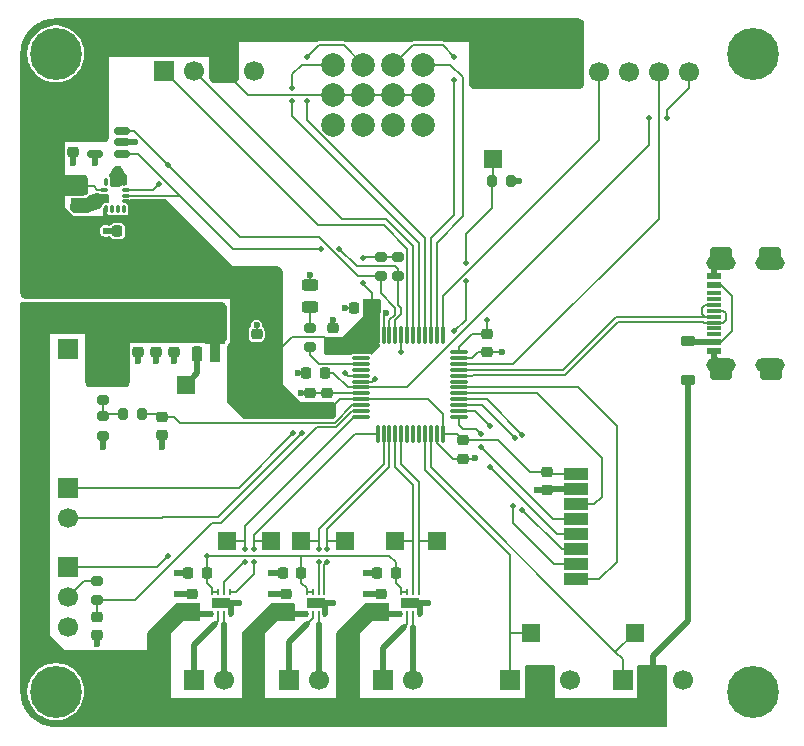
<source format=gbr>
%TF.GenerationSoftware,KiCad,Pcbnew,9.0.2*%
%TF.CreationDate,2025-06-25T14:47:54+02:00*%
%TF.ProjectId,ant control board v2,616e7420-636f-46e7-9472-6f6c20626f61,1.0*%
%TF.SameCoordinates,Original*%
%TF.FileFunction,Copper,L1,Top*%
%TF.FilePolarity,Positive*%
%FSLAX46Y46*%
G04 Gerber Fmt 4.6, Leading zero omitted, Abs format (unit mm)*
G04 Created by KiCad (PCBNEW 9.0.2) date 2025-06-25 14:47:54*
%MOMM*%
%LPD*%
G01*
G04 APERTURE LIST*
G04 Aperture macros list*
%AMRoundRect*
0 Rectangle with rounded corners*
0 $1 Rounding radius*
0 $2 $3 $4 $5 $6 $7 $8 $9 X,Y pos of 4 corners*
0 Add a 4 corners polygon primitive as box body*
4,1,4,$2,$3,$4,$5,$6,$7,$8,$9,$2,$3,0*
0 Add four circle primitives for the rounded corners*
1,1,$1+$1,$2,$3*
1,1,$1+$1,$4,$5*
1,1,$1+$1,$6,$7*
1,1,$1+$1,$8,$9*
0 Add four rect primitives between the rounded corners*
20,1,$1+$1,$2,$3,$4,$5,0*
20,1,$1+$1,$4,$5,$6,$7,0*
20,1,$1+$1,$6,$7,$8,$9,0*
20,1,$1+$1,$8,$9,$2,$3,0*%
%AMFreePoly0*
4,1,9,3.862500,-0.866500,0.737500,-0.866500,0.737500,-0.450000,-0.737500,-0.450000,-0.737500,0.450000,0.737500,0.450000,0.737500,0.866500,3.862500,0.866500,3.862500,-0.866500,3.862500,-0.866500,$1*%
G04 Aperture macros list end*
%TA.AperFunction,ComponentPad*%
%ADD10R,1.500000X1.500000*%
%TD*%
%TA.AperFunction,ComponentPad*%
%ADD11R,1.700000X1.700000*%
%TD*%
%TA.AperFunction,ComponentPad*%
%ADD12C,1.700000*%
%TD*%
%TA.AperFunction,SMDPad,CuDef*%
%ADD13RoundRect,0.225000X0.225000X0.250000X-0.225000X0.250000X-0.225000X-0.250000X0.225000X-0.250000X0*%
%TD*%
%TA.AperFunction,ComponentPad*%
%ADD14C,0.700000*%
%TD*%
%TA.AperFunction,ComponentPad*%
%ADD15C,4.400000*%
%TD*%
%TA.AperFunction,SMDPad,CuDef*%
%ADD16RoundRect,0.225000X-0.250000X0.225000X-0.250000X-0.225000X0.250000X-0.225000X0.250000X0.225000X0*%
%TD*%
%TA.AperFunction,SMDPad,CuDef*%
%ADD17RoundRect,0.062500X0.062500X-0.187500X0.062500X0.187500X-0.062500X0.187500X-0.062500X-0.187500X0*%
%TD*%
%TA.AperFunction,SMDPad,CuDef*%
%ADD18R,1.600000X0.900000*%
%TD*%
%TA.AperFunction,SMDPad,CuDef*%
%ADD19RoundRect,0.087500X-0.087500X0.225000X-0.087500X-0.225000X0.087500X-0.225000X0.087500X0.225000X0*%
%TD*%
%TA.AperFunction,SMDPad,CuDef*%
%ADD20RoundRect,0.087500X-0.225000X0.087500X-0.225000X-0.087500X0.225000X-0.087500X0.225000X0.087500X0*%
%TD*%
%TA.AperFunction,SMDPad,CuDef*%
%ADD21RoundRect,0.150000X0.512500X0.150000X-0.512500X0.150000X-0.512500X-0.150000X0.512500X-0.150000X0*%
%TD*%
%TA.AperFunction,SMDPad,CuDef*%
%ADD22RoundRect,0.225000X0.250000X-0.225000X0.250000X0.225000X-0.250000X0.225000X-0.250000X-0.225000X0*%
%TD*%
%TA.AperFunction,SMDPad,CuDef*%
%ADD23RoundRect,0.075000X-0.662500X-0.075000X0.662500X-0.075000X0.662500X0.075000X-0.662500X0.075000X0*%
%TD*%
%TA.AperFunction,SMDPad,CuDef*%
%ADD24RoundRect,0.075000X-0.075000X-0.662500X0.075000X-0.662500X0.075000X0.662500X-0.075000X0.662500X0*%
%TD*%
%TA.AperFunction,SMDPad,CuDef*%
%ADD25R,2.000000X1.000000*%
%TD*%
%TA.AperFunction,SMDPad,CuDef*%
%ADD26RoundRect,0.200000X-0.200000X-0.275000X0.200000X-0.275000X0.200000X0.275000X-0.200000X0.275000X0*%
%TD*%
%TA.AperFunction,SMDPad,CuDef*%
%ADD27RoundRect,0.225000X0.375000X-0.225000X0.375000X0.225000X-0.375000X0.225000X-0.375000X-0.225000X0*%
%TD*%
%TA.AperFunction,SMDPad,CuDef*%
%ADD28RoundRect,0.200000X-0.275000X0.200000X-0.275000X-0.200000X0.275000X-0.200000X0.275000X0.200000X0*%
%TD*%
%TA.AperFunction,ComponentPad*%
%ADD29C,2.000000*%
%TD*%
%TA.AperFunction,SMDPad,CuDef*%
%ADD30RoundRect,0.200000X0.275000X-0.200000X0.275000X0.200000X-0.275000X0.200000X-0.275000X-0.200000X0*%
%TD*%
%TA.AperFunction,SMDPad,CuDef*%
%ADD31R,1.150000X0.600000*%
%TD*%
%TA.AperFunction,SMDPad,CuDef*%
%ADD32R,1.150000X0.300000*%
%TD*%
%TA.AperFunction,SMDPad,CuDef*%
%ADD33RoundRect,0.250000X0.687500X0.250000X-0.687500X0.250000X-0.687500X-0.250000X0.687500X-0.250000X0*%
%TD*%
%TA.AperFunction,ComponentPad*%
%ADD34O,2.500000X1.250000*%
%TD*%
%TA.AperFunction,SMDPad,CuDef*%
%ADD35RoundRect,0.225000X0.225000X-0.425000X0.225000X0.425000X-0.225000X0.425000X-0.225000X-0.425000X0*%
%TD*%
%TA.AperFunction,SMDPad,CuDef*%
%ADD36FreePoly0,90.000000*%
%TD*%
%TA.AperFunction,SMDPad,CuDef*%
%ADD37RoundRect,0.243750X-0.456250X0.243750X-0.456250X-0.243750X0.456250X-0.243750X0.456250X0.243750X0*%
%TD*%
%TA.AperFunction,SMDPad,CuDef*%
%ADD38R,1.500000X1.500000*%
%TD*%
%TA.AperFunction,ViaPad*%
%ADD39C,0.500000*%
%TD*%
%TA.AperFunction,ViaPad*%
%ADD40C,0.600000*%
%TD*%
%TA.AperFunction,Conductor*%
%ADD41C,0.200000*%
%TD*%
%TA.AperFunction,Conductor*%
%ADD42C,0.500000*%
%TD*%
G04 APERTURE END LIST*
D10*
%TO.P,TP9,1,1*%
%TO.N,/MCU and RX/SERVO1*%
X160250000Y-121000000D03*
%TD*%
%TO.P,TP2,1,1*%
%TO.N,GND*%
X131000000Y-100000000D03*
%TD*%
D11*
%TO.P,J5,1,Pin_1*%
%TO.N,/DC Motors/M3+*%
X147725000Y-125000000D03*
D12*
%TO.P,J5,2,Pin_2*%
%TO.N,/DC Motors/M3-*%
X150265000Y-125000000D03*
%TD*%
D13*
%TO.P,C7,1*%
%TO.N,+3V3*%
X140775000Y-116000000D03*
%TO.P,C7,2*%
%TO.N,GND*%
X139225000Y-116000000D03*
%TD*%
%TO.P,C13,1*%
%TO.N,+3V3*%
X126775000Y-87000000D03*
%TO.P,C13,2*%
%TO.N,GND*%
X125225000Y-87000000D03*
%TD*%
D14*
%TO.P,H3,1*%
%TO.N,N/C*%
X177350000Y-126000000D03*
X177833274Y-124833274D03*
X177833274Y-127166726D03*
X179000000Y-124350000D03*
D15*
X179000000Y-126000000D03*
D14*
X179000000Y-127650000D03*
X180166726Y-124833274D03*
X180166726Y-127166726D03*
X180650000Y-126000000D03*
%TD*%
D16*
%TO.P,C1,1*%
%TO.N,+BATT*%
X127000000Y-95725000D03*
%TO.P,C1,2*%
%TO.N,GND*%
X127000000Y-97275000D03*
%TD*%
D11*
%TO.P,J3,1,Pin_1*%
%TO.N,/DC Motors/M1+*%
X131725000Y-125000000D03*
D12*
%TO.P,J3,2,Pin_2*%
%TO.N,/DC Motors/M1-*%
X134265000Y-125000000D03*
%TD*%
D17*
%TO.P,U2,1,VM*%
%TO.N,+BATT*%
X133250000Y-119450000D03*
%TO.P,U2,2,OUT1*%
%TO.N,/DC Motors/M1+*%
X133750000Y-119450000D03*
%TO.P,U2,3,OUT2*%
%TO.N,/DC Motors/M1-*%
X134250000Y-119450000D03*
%TO.P,U2,4,GND*%
%TO.N,GND*%
X134750000Y-119450000D03*
%TO.P,U2,5,IN2*%
%TO.N,/DC Motors/PWM_M1_B*%
X134750000Y-117550000D03*
%TO.P,U2,6,IN1*%
%TO.N,/DC Motors/PWM_M1_F*%
X134250000Y-117550000D03*
%TO.P,U2,7,~{SLEEP}*%
%TO.N,+3V3*%
X133750000Y-117550000D03*
%TO.P,U2,8,VCC*%
X133250000Y-117550000D03*
D18*
%TO.P,U2,9,GND*%
%TO.N,GND*%
X134000000Y-118500000D03*
%TD*%
D13*
%TO.P,C15,1*%
%TO.N,/MCU and RX/RESET*%
X142775000Y-99000000D03*
%TO.P,C15,2*%
%TO.N,GND*%
X141225000Y-99000000D03*
%TD*%
D10*
%TO.P,TP10,1,1*%
%TO.N,/MCU and RX/SERVO2*%
X169000000Y-121000000D03*
%TD*%
D11*
%TO.P,J10,1,Pin_1*%
%TO.N,/MCU and RX/UART2_RX*%
X129200000Y-73475000D03*
D12*
%TO.P,J10,2,Pin_2*%
%TO.N,/MCU and RX/UART2_TX*%
X131740000Y-73475000D03*
%TO.P,J10,3,Pin_3*%
%TO.N,+3V3*%
X134280000Y-73475000D03*
%TO.P,J10,4,Pin_4*%
%TO.N,GND*%
X136820000Y-73475000D03*
%TD*%
D19*
%TO.P,U5,1,SDO/SA0*%
%TO.N,GND*%
X125750000Y-82837500D03*
%TO.P,U5,2,SDX*%
X125250000Y-82837500D03*
%TO.P,U5,3,SCX*%
X124750000Y-82837500D03*
%TO.P,U5,4,INT1*%
%TO.N,unconnected-(U5-INT1-Pad4)*%
X124250000Y-82837500D03*
D20*
%TO.P,U5,5,VDDIO*%
%TO.N,+3V3*%
X124087500Y-83500000D03*
%TO.P,U5,6,GND*%
%TO.N,GND*%
X124087500Y-84000000D03*
%TO.P,U5,7,GND*%
X124087500Y-84500000D03*
D19*
%TO.P,U5,8,VDD*%
%TO.N,+3V3*%
X124250000Y-85162500D03*
%TO.P,U5,9,INT2*%
%TO.N,unconnected-(U5-INT2-Pad9)*%
X124750000Y-85162500D03*
%TO.P,U5,10,NC*%
%TO.N,unconnected-(U5-NC-Pad10)*%
X125250000Y-85162500D03*
%TO.P,U5,11,NC*%
%TO.N,unconnected-(U5-NC-Pad11)*%
X125750000Y-85162500D03*
D20*
%TO.P,U5,12,CS*%
%TO.N,+3V3*%
X125912500Y-84500000D03*
%TO.P,U5,13,SCL*%
%TO.N,/MCU and RX/I2C1_SCL*%
X125912500Y-84000000D03*
%TO.P,U5,14,SDA*%
%TO.N,/MCU and RX/I2C1_SDA*%
X125912500Y-83500000D03*
%TD*%
D11*
%TO.P,J8,1,Pin_1*%
%TO.N,+3V3*%
X121000000Y-115460000D03*
D12*
%TO.P,J8,2,Pin_2*%
%TO.N,Net-(J8-Pin_2)*%
X121000000Y-118000000D03*
%TO.P,J8,3,Pin_3*%
%TO.N,GND*%
X121000000Y-120540000D03*
%TD*%
D16*
%TO.P,C2,1*%
%TO.N,+BATT*%
X128500000Y-95725000D03*
%TO.P,C2,2*%
%TO.N,GND*%
X128500000Y-97275000D03*
%TD*%
D21*
%TO.P,U8,1,SCL*%
%TO.N,/MCU and RX/I2C1_SCL*%
X125637500Y-80450000D03*
%TO.P,U8,2,GND*%
%TO.N,GND*%
X125637500Y-79500000D03*
%TO.P,U8,3,SDA*%
%TO.N,/MCU and RX/I2C1_SDA*%
X125637500Y-78550000D03*
%TO.P,U8,4,VCC*%
%TO.N,+3V3*%
X123362500Y-78550000D03*
%TO.P,U8,5,WP*%
%TO.N,GND*%
X123362500Y-80450000D03*
%TD*%
D22*
%TO.P,C16,1*%
%TO.N,+3V3*%
X141500000Y-102275000D03*
%TO.P,C16,2*%
%TO.N,GND*%
X141500000Y-100725000D03*
%TD*%
D11*
%TO.P,J4,1,Pin_1*%
%TO.N,/DC Motors/M2+*%
X139725000Y-125000000D03*
D12*
%TO.P,J4,2,Pin_2*%
%TO.N,/DC Motors/M2-*%
X142265000Y-125000000D03*
%TD*%
D13*
%TO.P,C5,1*%
%TO.N,+3V3*%
X132775000Y-116000000D03*
%TO.P,C5,2*%
%TO.N,GND*%
X131225000Y-116000000D03*
%TD*%
D11*
%TO.P,J11,1,Pin_1*%
%TO.N,+3V3*%
X163420000Y-73500000D03*
D12*
%TO.P,J11,2,Pin_2*%
%TO.N,/MCU and RX/SWCLK*%
X165960000Y-73500000D03*
%TO.P,J11,3,Pin_3*%
%TO.N,GND*%
X168500000Y-73500000D03*
%TO.P,J11,4,Pin_4*%
%TO.N,/MCU and RX/SWDIO*%
X171040000Y-73500000D03*
%TO.P,J11,5,Pin_5*%
%TO.N,/MCU and RX/RESET*%
X173580000Y-73500000D03*
%TD*%
D23*
%TO.P,U6,1,VBAT*%
%TO.N,+3V3*%
X145837500Y-97250000D03*
%TO.P,U6,2,PC13*%
%TO.N,unconnected-(U6-PC13-Pad2)*%
X145837500Y-97750000D03*
%TO.P,U6,3,PC14*%
%TO.N,/MCU and RX/STATUS_LED*%
X145837500Y-98250000D03*
%TO.P,U6,4,PC15*%
%TO.N,unconnected-(U6-PC15-Pad4)*%
X145837500Y-98750000D03*
%TO.P,U6,5,PF0*%
%TO.N,/MCU and RX/DIGITAL_AUX1*%
X145837500Y-99250000D03*
%TO.P,U6,6,PF1*%
%TO.N,/MCU and RX/DIGITAL_AUX2*%
X145837500Y-99750000D03*
%TO.P,U6,7,NRST*%
%TO.N,/MCU and RX/RESET*%
X145837500Y-100250000D03*
%TO.P,U6,8,VSSA*%
%TO.N,GND*%
X145837500Y-100750000D03*
%TO.P,U6,9,VDDA*%
%TO.N,+3V3*%
X145837500Y-101250000D03*
%TO.P,U6,10,ADC_IN0*%
%TO.N,/MCU and RX/VBAT*%
X145837500Y-101750000D03*
%TO.P,U6,11,ADC_IN1*%
%TO.N,/MCU and RX/ADC1*%
X145837500Y-102250000D03*
%TO.P,U6,12,PA2*%
%TO.N,/DC Motors/PWM_M1_F*%
X145837500Y-102750000D03*
D24*
%TO.P,U6,13,PA3*%
%TO.N,/DC Motors/PWM_M1_B*%
X147250000Y-104162500D03*
%TO.P,U6,14,PA4*%
%TO.N,/DC Motors/PWM_M2_F*%
X147750000Y-104162500D03*
%TO.P,U6,15,PA5*%
%TO.N,/DC Motors/PWM_M2_B*%
X148250000Y-104162500D03*
%TO.P,U6,16,PA6*%
%TO.N,/DC Motors/PWM_M3_F*%
X148750000Y-104162500D03*
%TO.P,U6,17,PA7*%
%TO.N,/DC Motors/PWM_M3_B*%
X149250000Y-104162500D03*
%TO.P,U6,18,PB0*%
%TO.N,unconnected-(U6-PB0-Pad18)*%
X149750000Y-104162500D03*
%TO.P,U6,19,PB1*%
%TO.N,unconnected-(U6-PB1-Pad19)*%
X150250000Y-104162500D03*
%TO.P,U6,20,PB2*%
%TO.N,unconnected-(U6-PB2-Pad20)*%
X150750000Y-104162500D03*
%TO.P,U6,21,TIM2_CH3*%
%TO.N,/MCU and RX/SERVO1*%
X151250000Y-104162500D03*
%TO.P,U6,22,TIM2_CH4*%
%TO.N,/MCU and RX/SERVO2*%
X151750000Y-104162500D03*
%TO.P,U6,23,VSS*%
%TO.N,GND*%
X152250000Y-104162500D03*
%TO.P,U6,24,VDD*%
%TO.N,+3V3*%
X152750000Y-104162500D03*
D23*
%TO.P,U6,25,SPI2_NSS*%
%TO.N,/MCU and RX/SPI2_NSS*%
X154162500Y-102750000D03*
%TO.P,U6,26,SPI2_SCK*%
%TO.N,/MCU and RX/SPI2_SCK*%
X154162500Y-102250000D03*
%TO.P,U6,27,SPI2_MISO*%
%TO.N,/MCU and RX/SPI2_MISO*%
X154162500Y-101750000D03*
%TO.P,U6,28,SPI2_MOSI*%
%TO.N,/MCU and RX/SPI2_MOSI*%
X154162500Y-101250000D03*
%TO.P,U6,29,PA8*%
%TO.N,/MCU and RX/NRF24L01_CE*%
X154162500Y-100750000D03*
%TO.P,U6,30,PA9*%
%TO.N,/MCU and RX/NRF24L01_IRQ*%
X154162500Y-100250000D03*
%TO.P,U6,31,PA10*%
%TO.N,unconnected-(U6-PA10-Pad31)*%
X154162500Y-99750000D03*
%TO.P,U6,32,USB_DM*%
%TO.N,/MCU and RX/USB_D-*%
X154162500Y-99250000D03*
%TO.P,U6,33,USB_DP*%
%TO.N,/MCU and RX/USB_D+*%
X154162500Y-98750000D03*
%TO.P,U6,34,SYS_SWDIO*%
%TO.N,/MCU and RX/SWDIO*%
X154162500Y-98250000D03*
%TO.P,U6,35,VSS*%
%TO.N,GND*%
X154162500Y-97750000D03*
%TO.P,U6,36,VDDIO2*%
%TO.N,+3V3*%
X154162500Y-97250000D03*
D24*
%TO.P,U6,37,SYS_SWCLK*%
%TO.N,/MCU and RX/SWCLK*%
X152750000Y-95837500D03*
%TO.P,U6,38,PA15*%
%TO.N,/MCU and RX/CH4*%
X152250000Y-95837500D03*
%TO.P,U6,39,PB3*%
%TO.N,/MCU and RX/CH3*%
X151750000Y-95837500D03*
%TO.P,U6,40,PB4*%
%TO.N,/MCU and RX/CH2*%
X151250000Y-95837500D03*
%TO.P,U6,41,PB5*%
%TO.N,/MCU and RX/CH1_PPM*%
X150750000Y-95837500D03*
%TO.P,U6,42,USART1_TX*%
%TO.N,/MCU and RX/UART2_TX*%
X150250000Y-95837500D03*
%TO.P,U6,43,USART1_RX*%
%TO.N,/MCU and RX/UART2_RX*%
X149750000Y-95837500D03*
%TO.P,U6,44,BOOT0*%
%TO.N,/MCU and RX/BOOT0*%
X149250000Y-95837500D03*
%TO.P,U6,45,I2C1_SCL*%
%TO.N,/MCU and RX/I2C1_SCL*%
X148750000Y-95837500D03*
%TO.P,U6,46,I2C1_SDA*%
%TO.N,/MCU and RX/I2C1_SDA*%
X148250000Y-95837500D03*
%TO.P,U6,47,VSS*%
%TO.N,GND*%
X147750000Y-95837500D03*
%TO.P,U6,48,VDD*%
%TO.N,+3V3*%
X147250000Y-95837500D03*
%TD*%
D22*
%TO.P,C8,1*%
%TO.N,+BATT*%
X139500000Y-119275000D03*
%TO.P,C8,2*%
%TO.N,GND*%
X139500000Y-117725000D03*
%TD*%
%TO.P,C6,1*%
%TO.N,+BATT*%
X131500000Y-119275000D03*
%TO.P,C6,2*%
%TO.N,GND*%
X131500000Y-117725000D03*
%TD*%
D14*
%TO.P,H1,1*%
%TO.N,N/C*%
X118350000Y-72000000D03*
X118833274Y-70833274D03*
X118833274Y-73166726D03*
X120000000Y-70350000D03*
D15*
X120000000Y-72000000D03*
D14*
X120000000Y-73650000D03*
X121166726Y-70833274D03*
X121166726Y-73166726D03*
X121650000Y-72000000D03*
%TD*%
D22*
%TO.P,C14,1*%
%TO.N,GND*%
X123500000Y-121235000D03*
%TO.P,C14,2*%
%TO.N,/MCU and RX/ADC1*%
X123500000Y-119685000D03*
%TD*%
D13*
%TO.P,C9,1*%
%TO.N,+3V3*%
X148775000Y-116000000D03*
%TO.P,C9,2*%
%TO.N,GND*%
X147225000Y-116000000D03*
%TD*%
D16*
%TO.P,C12,1*%
%TO.N,+3V3*%
X122000000Y-83225000D03*
%TO.P,C12,2*%
%TO.N,GND*%
X122000000Y-84775000D03*
%TD*%
D22*
%TO.P,C4,1*%
%TO.N,+3V3*%
X137000000Y-97275000D03*
%TO.P,C4,2*%
%TO.N,GND*%
X137000000Y-95725000D03*
%TD*%
D11*
%TO.P,J6,1,Pin_1*%
%TO.N,/MCU and RX/SERVO1*%
X158460000Y-125000000D03*
D12*
%TO.P,J6,2,Pin_2*%
%TO.N,+BATT*%
X161000000Y-125000000D03*
%TO.P,J6,3,Pin_3*%
%TO.N,GND*%
X163540000Y-125000000D03*
%TD*%
D13*
%TO.P,C20,1*%
%TO.N,+3V3*%
X146775000Y-93500000D03*
%TO.P,C20,2*%
%TO.N,GND*%
X145225000Y-93500000D03*
%TD*%
D25*
%TO.P,U9,1,VCC*%
%TO.N,+3V3*%
X164062500Y-107600000D03*
%TO.P,U9,2,GND*%
%TO.N,GND*%
X164062500Y-108870000D03*
%TO.P,U9,3,CE*%
%TO.N,/MCU and RX/NRF24L01_CE*%
X164062500Y-110140000D03*
%TO.P,U9,4,~{CS}*%
%TO.N,/MCU and RX/SPI2_NSS*%
X164062500Y-111410000D03*
%TO.P,U9,5,SCK*%
%TO.N,/MCU and RX/SPI2_SCK*%
X164062500Y-112680000D03*
%TO.P,U9,6,MOSI*%
%TO.N,/MCU and RX/SPI2_MOSI*%
X164062500Y-113950000D03*
%TO.P,U9,7,MISO*%
%TO.N,/MCU and RX/SPI2_MISO*%
X164062500Y-115220000D03*
%TO.P,U9,8,IRQ*%
%TO.N,/MCU and RX/NRF24L01_IRQ*%
X164062500Y-116490000D03*
%TD*%
D26*
%TO.P,R3,1*%
%TO.N,/Sensors/VBAT_DIV*%
X125675000Y-102500000D03*
%TO.P,R3,2*%
%TO.N,/MCU and RX/VBAT*%
X127325000Y-102500000D03*
%TD*%
D27*
%TO.P,D1,1,K*%
%TO.N,+BATT*%
X173500000Y-99650000D03*
%TO.P,D1,2,A*%
%TO.N,/Power/VUSB*%
X173500000Y-96350000D03*
%TD*%
D28*
%TO.P,R4,1*%
%TO.N,Net-(J8-Pin_2)*%
X123500000Y-116635000D03*
%TO.P,R4,2*%
%TO.N,/MCU and RX/ADC1*%
X123500000Y-118285000D03*
%TD*%
D10*
%TO.P,TP7,1,1*%
%TO.N,/DC Motors/PWM_M3_F*%
X148750000Y-113250000D03*
%TD*%
D11*
%TO.P,J9,1,Pin_1*%
%TO.N,/MCU and RX/DIGITAL_AUX1*%
X121000000Y-108725000D03*
D12*
%TO.P,J9,2,Pin_2*%
%TO.N,/MCU and RX/DIGITAL_AUX2*%
X121000000Y-111265000D03*
%TD*%
D10*
%TO.P,TP6,1,1*%
%TO.N,/DC Motors/PWM_M2_B*%
X144500000Y-113250000D03*
%TD*%
D28*
%TO.P,R1,1*%
%TO.N,+BATT*%
X124000000Y-99675000D03*
%TO.P,R1,2*%
%TO.N,/Sensors/VBAT_DIV*%
X124000000Y-101325000D03*
%TD*%
D10*
%TO.P,TP4,1,1*%
%TO.N,/DC Motors/PWM_M1_B*%
X138250000Y-113250000D03*
%TD*%
D17*
%TO.P,U3,1,VM*%
%TO.N,+BATT*%
X141250000Y-119450000D03*
%TO.P,U3,2,OUT1*%
%TO.N,/DC Motors/M2+*%
X141750000Y-119450000D03*
%TO.P,U3,3,OUT2*%
%TO.N,/DC Motors/M2-*%
X142250000Y-119450000D03*
%TO.P,U3,4,GND*%
%TO.N,GND*%
X142750000Y-119450000D03*
%TO.P,U3,5,IN2*%
%TO.N,/DC Motors/PWM_M2_B*%
X142750000Y-117550000D03*
%TO.P,U3,6,IN1*%
%TO.N,/DC Motors/PWM_M2_F*%
X142250000Y-117550000D03*
%TO.P,U3,7,~{SLEEP}*%
%TO.N,+3V3*%
X141750000Y-117550000D03*
%TO.P,U3,8,VCC*%
X141250000Y-117550000D03*
D18*
%TO.P,U3,9,GND*%
%TO.N,GND*%
X142000000Y-118500000D03*
%TD*%
D17*
%TO.P,U4,1,VM*%
%TO.N,+BATT*%
X149250000Y-119450000D03*
%TO.P,U4,2,OUT1*%
%TO.N,/DC Motors/M3+*%
X149750000Y-119450000D03*
%TO.P,U4,3,OUT2*%
%TO.N,/DC Motors/M3-*%
X150250000Y-119450000D03*
%TO.P,U4,4,GND*%
%TO.N,GND*%
X150750000Y-119450000D03*
%TO.P,U4,5,IN2*%
%TO.N,/DC Motors/PWM_M3_B*%
X150750000Y-117550000D03*
%TO.P,U4,6,IN1*%
%TO.N,/DC Motors/PWM_M3_F*%
X150250000Y-117550000D03*
%TO.P,U4,7,~{SLEEP}*%
%TO.N,+3V3*%
X149750000Y-117550000D03*
%TO.P,U4,8,VCC*%
X149250000Y-117550000D03*
D18*
%TO.P,U4,9,GND*%
%TO.N,GND*%
X150000000Y-118500000D03*
%TD*%
D29*
%TO.P,U7,1,GND*%
%TO.N,GND*%
X143500000Y-78000000D03*
%TO.P,U7,2,VCC*%
%TO.N,+3V3*%
X143500000Y-75460000D03*
%TO.P,U7,3,CH1_(PPM)*%
%TO.N,/MCU and RX/CH1_PPM*%
X143500000Y-72920000D03*
%TO.P,U7,4*%
%TO.N,GND*%
X146040000Y-78000000D03*
%TO.P,U7,5*%
%TO.N,+3V3*%
X146040000Y-75460000D03*
%TO.P,U7,6,CH2*%
%TO.N,/MCU and RX/CH2*%
X146040000Y-72920000D03*
%TO.P,U7,7*%
%TO.N,GND*%
X148580000Y-78000000D03*
%TO.P,U7,8*%
%TO.N,+3V3*%
X148580000Y-75460000D03*
%TO.P,U7,9,CH3*%
%TO.N,/MCU and RX/CH3*%
X148580000Y-72920000D03*
%TO.P,U7,10*%
%TO.N,GND*%
X151120000Y-78000000D03*
%TO.P,U7,11*%
%TO.N,+3V3*%
X151120000Y-75460000D03*
%TO.P,U7,12,CH4*%
%TO.N,/MCU and RX/CH4*%
X151120000Y-72920000D03*
%TD*%
D10*
%TO.P,TP1,1,1*%
%TO.N,+3V3*%
X136000000Y-100000000D03*
%TD*%
D16*
%TO.P,C3,1*%
%TO.N,+BATT*%
X130000000Y-95725000D03*
%TO.P,C3,2*%
%TO.N,GND*%
X130000000Y-97275000D03*
%TD*%
D30*
%TO.P,R8,1*%
%TO.N,/MCU and RX/I2C1_SCL*%
X149000000Y-90825000D03*
%TO.P,R8,2*%
%TO.N,+3V3*%
X149000000Y-89175000D03*
%TD*%
D14*
%TO.P,H2,1*%
%TO.N,N/C*%
X177350000Y-72000000D03*
X177833274Y-70833274D03*
X177833274Y-73166726D03*
X179000000Y-70350000D03*
D15*
X179000000Y-72000000D03*
D14*
X179000000Y-73650000D03*
X180166726Y-70833274D03*
X180166726Y-73166726D03*
X180650000Y-72000000D03*
%TD*%
D30*
%TO.P,R5,1*%
%TO.N,/MCU and RX/STATUS_LED*%
X141500000Y-96825000D03*
%TO.P,R5,2*%
%TO.N,Net-(D2-A)*%
X141500000Y-95175000D03*
%TD*%
D31*
%TO.P,J1,1,GND_1*%
%TO.N,GND*%
X175745000Y-97200000D03*
%TO.P,J1,2,VBUS*%
%TO.N,/Power/VUSB*%
X175745000Y-96400000D03*
D32*
%TO.P,J1,3,SBU2*%
%TO.N,unconnected-(J1-SBU2-Pad3)*%
X175745000Y-95750000D03*
%TO.P,J1,4,CC1*%
%TO.N,unconnected-(J1-CC1-Pad4)*%
X175745000Y-95250000D03*
%TO.P,J1,5,DN2*%
%TO.N,/MCU and RX/USB_D-*%
X175745000Y-94750000D03*
%TO.P,J1,6,DP1*%
%TO.N,/MCU and RX/USB_D+*%
X175745000Y-94250000D03*
%TO.P,J1,7,DN1*%
%TO.N,/MCU and RX/USB_D-*%
X175745000Y-93750000D03*
%TO.P,J1,8,DP2*%
%TO.N,/MCU and RX/USB_D+*%
X175745000Y-93250000D03*
%TO.P,J1,9,SBU1*%
%TO.N,unconnected-(J1-SBU1-Pad9)*%
X175745000Y-92750000D03*
%TO.P,J1,10,CC2*%
%TO.N,unconnected-(J1-CC2-Pad10)*%
X175745000Y-92250000D03*
D31*
%TO.P,J1,11,VBUS*%
%TO.N,/Power/VUSB*%
X175745000Y-91600000D03*
%TO.P,J1,12,GND_2*%
%TO.N,GND*%
X175745000Y-90800000D03*
D33*
%TO.P,J1,13,SHIELD*%
X176300000Y-99150000D03*
X180550000Y-99150000D03*
D34*
X176320000Y-98320000D03*
X180500000Y-98320000D03*
X176320000Y-89680000D03*
X180500000Y-89680000D03*
D33*
X176350000Y-88850000D03*
X180500000Y-88850000D03*
%TD*%
D35*
%TO.P,U1,1,GND*%
%TO.N,GND*%
X132000000Y-97450000D03*
D36*
%TO.P,U1,2,IN*%
%TO.N,+BATT*%
X133500000Y-97362500D03*
D35*
%TO.P,U1,3,OUT*%
%TO.N,+3V3*%
X135000000Y-97450000D03*
%TD*%
D10*
%TO.P,TP8,1,1*%
%TO.N,/DC Motors/PWM_M3_B*%
X152250000Y-113250000D03*
%TD*%
D37*
%TO.P,D2,1,K*%
%TO.N,GND*%
X141500000Y-91562500D03*
%TO.P,D2,2,A*%
%TO.N,Net-(D2-A)*%
X141500000Y-93437500D03*
%TD*%
D10*
%TO.P,TP5,1,1*%
%TO.N,/DC Motors/PWM_M2_F*%
X140750000Y-113250000D03*
%TD*%
D28*
%TO.P,R2,1*%
%TO.N,/Sensors/VBAT_DIV*%
X124000000Y-102675000D03*
%TO.P,R2,2*%
%TO.N,GND*%
X124000000Y-104325000D03*
%TD*%
D22*
%TO.P,C11,1*%
%TO.N,GND*%
X129000000Y-104275000D03*
%TO.P,C11,2*%
%TO.N,/MCU and RX/VBAT*%
X129000000Y-102725000D03*
%TD*%
D38*
%TO.P,SW1,1,1*%
%TO.N,+3V3*%
X157000000Y-73100000D03*
%TO.P,SW1,2,2*%
%TO.N,/MCU and RX/BOOT0*%
X157000000Y-80900000D03*
%TD*%
D16*
%TO.P,C22,1*%
%TO.N,+3V3*%
X121500000Y-78725000D03*
%TO.P,C22,2*%
%TO.N,GND*%
X121500000Y-80275000D03*
%TD*%
D11*
%TO.P,J7,1,Pin_1*%
%TO.N,/MCU and RX/SERVO2*%
X168000000Y-125000000D03*
D12*
%TO.P,J7,2,Pin_2*%
%TO.N,+BATT*%
X170540000Y-125000000D03*
%TO.P,J7,3,Pin_3*%
%TO.N,GND*%
X173080000Y-125000000D03*
%TD*%
D16*
%TO.P,C23,1*%
%TO.N,+3V3*%
X161561637Y-107402973D03*
%TO.P,C23,2*%
%TO.N,GND*%
X161561637Y-108952973D03*
%TD*%
D10*
%TO.P,TP3,1,1*%
%TO.N,/DC Motors/PWM_M1_F*%
X134500000Y-113250000D03*
%TD*%
D16*
%TO.P,C17,1*%
%TO.N,+3V3*%
X154500000Y-104725000D03*
%TO.P,C17,2*%
%TO.N,GND*%
X154500000Y-106275000D03*
%TD*%
%TO.P,C21,1*%
%TO.N,+3V3*%
X156500000Y-95725000D03*
%TO.P,C21,2*%
%TO.N,GND*%
X156500000Y-97275000D03*
%TD*%
D30*
%TO.P,R7,1*%
%TO.N,/MCU and RX/I2C1_SDA*%
X147500000Y-90825000D03*
%TO.P,R7,2*%
%TO.N,+3V3*%
X147500000Y-89175000D03*
%TD*%
D22*
%TO.P,C18,1*%
%TO.N,+3V3*%
X143500000Y-96775000D03*
%TO.P,C18,2*%
%TO.N,GND*%
X143500000Y-95225000D03*
%TD*%
D14*
%TO.P,H4,1*%
%TO.N,N/C*%
X118350000Y-126000000D03*
X118833274Y-124833274D03*
X118833274Y-127166726D03*
X120000000Y-124350000D03*
D15*
X120000000Y-126000000D03*
D14*
X120000000Y-127650000D03*
X121166726Y-124833274D03*
X121166726Y-127166726D03*
X121650000Y-126000000D03*
%TD*%
D22*
%TO.P,C10,1*%
%TO.N,+BATT*%
X147500000Y-119275000D03*
%TO.P,C10,2*%
%TO.N,GND*%
X147500000Y-117725000D03*
%TD*%
D26*
%TO.P,R6,1*%
%TO.N,/MCU and RX/BOOT0*%
X156925000Y-82750000D03*
%TO.P,R6,2*%
%TO.N,GND*%
X158575000Y-82750000D03*
%TD*%
D11*
%TO.P,J2,1,Pin_1*%
%TO.N,GND*%
X121000000Y-97000000D03*
D12*
%TO.P,J2,2,Pin_2*%
%TO.N,+BATT*%
X121000000Y-94460000D03*
%TD*%
D22*
%TO.P,C19,1*%
%TO.N,+3V3*%
X143000000Y-102275000D03*
%TO.P,C19,2*%
%TO.N,GND*%
X143000000Y-100725000D03*
%TD*%
D39*
%TO.N,/MCU and RX/RESET*%
X171750000Y-77470000D03*
D40*
%TO.N,GND*%
X143500000Y-118500000D03*
X123500000Y-122000000D03*
X135500000Y-118500000D03*
X141500000Y-90750000D03*
X159250000Y-82750000D03*
X160750000Y-108952973D03*
X121500000Y-81250000D03*
X144500000Y-93500000D03*
X151500000Y-118500000D03*
X146250000Y-117725000D03*
X143500000Y-94500000D03*
X130250000Y-117719672D03*
X138250000Y-116000000D03*
X129000000Y-105250000D03*
X157750000Y-97275000D03*
X147986763Y-93986763D03*
X130250000Y-116000000D03*
X124250000Y-87000000D03*
D39*
X132000000Y-99000000D03*
D40*
X123000000Y-84750000D03*
X130000000Y-98000000D03*
X127000000Y-98000000D03*
X137000000Y-95000000D03*
D39*
X125250000Y-81750000D03*
D40*
X128500000Y-98000000D03*
X155500000Y-106250000D03*
X126750000Y-79500000D03*
X146250000Y-116000000D03*
X140500000Y-99000000D03*
X140750000Y-100750000D03*
X123362500Y-81250000D03*
X138250000Y-117750000D03*
X124000000Y-105250000D03*
D39*
%TO.N,+3V3*%
X132775000Y-114550000D03*
X129500000Y-114500000D03*
X156500000Y-94500000D03*
X146000000Y-89250000D03*
X138250000Y-102250000D03*
X146000000Y-91375000D03*
%TO.N,/MCU and RX/RESET*%
X170250000Y-77470000D03*
%TO.N,/MCU and RX/DIGITAL_AUX1*%
X140125000Y-104125000D03*
X144500000Y-99000000D03*
%TO.N,/MCU and RX/DIGITAL_AUX2*%
X147000000Y-99500000D03*
X140878260Y-104141302D03*
%TO.N,/MCU and RX/BOOT0*%
X149250000Y-97250000D03*
X153750000Y-95500000D03*
X154750000Y-89750000D03*
X154750000Y-91250000D03*
%TO.N,/MCU and RX/I2C1_SDA*%
X129500000Y-81400057D03*
X128750000Y-83000000D03*
%TO.N,/MCU and RX/I2C1_SCL*%
X142494000Y-88500000D03*
X144000000Y-88500000D03*
%TO.N,/DC Motors/PWM_M1_B*%
X136750000Y-115050000D03*
X136750000Y-113950000D03*
%TO.N,/DC Motors/PWM_M1_F*%
X136000000Y-115050000D03*
X136000000Y-113950000D03*
%TO.N,/DC Motors/PWM_M2_F*%
X142250000Y-113950000D03*
X142250000Y-115050000D03*
%TO.N,/DC Motors/PWM_M2_B*%
X143000000Y-115050000D03*
X143000000Y-113950000D03*
%TO.N,/MCU and RX/CH1_PPM*%
X140000000Y-74910000D03*
X140000000Y-76010000D03*
%TO.N,/MCU and RX/SPI2_MISO*%
X158750000Y-110250000D03*
X158915042Y-104542479D03*
%TO.N,/MCU and RX/SPI2_SCK*%
X156750000Y-107000000D03*
X156750000Y-103500000D03*
%TO.N,/MCU and RX/CH2*%
X141250000Y-72250000D03*
X141250000Y-76010000D03*
%TO.N,/MCU and RX/SPI2_NSS*%
X156000000Y-104175000D03*
X156000000Y-105275000D03*
%TO.N,/MCU and RX/CH3*%
X153750000Y-74250000D03*
X153750000Y-72250000D03*
%TO.N,/MCU and RX/SPI2_MOSI*%
X159500000Y-104250000D03*
X159500000Y-110587500D03*
%TD*%
D41*
%TO.N,/MCU and RX/I2C1_SCL*%
X135000000Y-88500000D02*
X130500000Y-84000000D01*
X142494000Y-88500000D02*
X135000000Y-88500000D01*
%TO.N,/MCU and RX/RESET*%
X149750000Y-100250000D02*
X145837500Y-100250000D01*
X170250000Y-79750000D02*
X149750000Y-100250000D01*
X170250000Y-77470000D02*
X170250000Y-79750000D01*
D42*
%TO.N,GND*%
X129000000Y-104275000D02*
X129000000Y-105250000D01*
D41*
X141225000Y-99000000D02*
X140500000Y-99000000D01*
D42*
X138775000Y-117725000D02*
X139500000Y-117725000D01*
X134000000Y-118500000D02*
X135000000Y-118500000D01*
X142826000Y-119048070D02*
X142826000Y-118674000D01*
D41*
X155475000Y-106275000D02*
X155500000Y-106250000D01*
D42*
X142000000Y-118500000D02*
X143000000Y-118500000D01*
X125637500Y-79500000D02*
X126750000Y-79500000D01*
X150826000Y-118576000D02*
X150826000Y-119450000D01*
D41*
X154500000Y-106275000D02*
X155475000Y-106275000D01*
X147750000Y-94223526D02*
X147750000Y-95837500D01*
D42*
X143000000Y-118500000D02*
X143500000Y-118500000D01*
X121500000Y-81250000D02*
X121500000Y-80275000D01*
D41*
X157750000Y-97275000D02*
X156500000Y-97275000D01*
X141500000Y-100725000D02*
X143000000Y-100725000D01*
D42*
X139225000Y-116000000D02*
X138250000Y-116000000D01*
X175745000Y-90255000D02*
X176320000Y-89680000D01*
X160750000Y-108952973D02*
X161561637Y-108952973D01*
D41*
X155250000Y-97750000D02*
X155725000Y-97275000D01*
D42*
X150750000Y-118500000D02*
X150826000Y-118576000D01*
X175745000Y-90800000D02*
X175745000Y-90255000D01*
D41*
X143025000Y-100750000D02*
X143000000Y-100725000D01*
X153591176Y-106275000D02*
X154500000Y-106275000D01*
D42*
X138750000Y-117750000D02*
X138775000Y-117725000D01*
X161595000Y-108870000D02*
X161561637Y-108903363D01*
D41*
X140775000Y-100725000D02*
X141500000Y-100725000D01*
X140750000Y-100750000D02*
X140775000Y-100725000D01*
D42*
X130250000Y-117719672D02*
X130255328Y-117725000D01*
X130000000Y-97275000D02*
X130000000Y-98000000D01*
X124000000Y-105250000D02*
X124000000Y-104325000D01*
X135000000Y-118500000D02*
X135500000Y-118500000D01*
X142826000Y-118674000D02*
X143000000Y-118500000D01*
X138250000Y-117750000D02*
X138750000Y-117750000D01*
D41*
X141500000Y-91562500D02*
X141500000Y-90750000D01*
D42*
X125225000Y-87000000D02*
X124250000Y-87000000D01*
X147225000Y-116000000D02*
X146250000Y-116000000D01*
X123500000Y-121235000D02*
X123500000Y-122000000D01*
X132000000Y-99000000D02*
X131000000Y-100000000D01*
D41*
X147986763Y-93986763D02*
X147750000Y-94223526D01*
D42*
X158575000Y-82750000D02*
X159250000Y-82750000D01*
D41*
X145225000Y-93500000D02*
X144500000Y-93500000D01*
D42*
X142826000Y-119048070D02*
X142826000Y-119450000D01*
X123000000Y-84750000D02*
X122975000Y-84775000D01*
D41*
X145837500Y-100750000D02*
X143025000Y-100750000D01*
D42*
X127000000Y-97275000D02*
X127000000Y-98000000D01*
X132000000Y-97450000D02*
X132000000Y-99000000D01*
D41*
X152250000Y-104162500D02*
X152250000Y-104933824D01*
D42*
X161561637Y-108903363D02*
X161561637Y-108952973D01*
D41*
X152250000Y-104933824D02*
X153591176Y-106275000D01*
D42*
X134826000Y-118674000D02*
X134826000Y-119450000D01*
D41*
X137000000Y-95725000D02*
X137000000Y-95000000D01*
D42*
X164062500Y-108870000D02*
X161595000Y-108870000D01*
X128500000Y-97275000D02*
X128500000Y-98000000D01*
X135000000Y-118500000D02*
X134826000Y-118674000D01*
X150000000Y-118500000D02*
X150750000Y-118500000D01*
X131225000Y-116000000D02*
X130250000Y-116000000D01*
D41*
X155725000Y-97275000D02*
X156500000Y-97275000D01*
D42*
X122975000Y-84775000D02*
X122000000Y-84775000D01*
D41*
X143500000Y-95225000D02*
X143500000Y-94500000D01*
D42*
X130255328Y-117725000D02*
X131500000Y-117725000D01*
X142826000Y-118500000D02*
X142826000Y-119048070D01*
X142000000Y-118500000D02*
X142826000Y-118500000D01*
X146250000Y-117725000D02*
X147500000Y-117725000D01*
X150750000Y-118500000D02*
X151500000Y-118500000D01*
D41*
X154162500Y-97750000D02*
X155250000Y-97750000D01*
D42*
X175745000Y-97200000D02*
X175745000Y-97745000D01*
X123362500Y-81250000D02*
X123362500Y-80450000D01*
X175745000Y-97745000D02*
X176320000Y-98320000D01*
%TO.N,+BATT*%
X139500000Y-119275000D02*
X139675000Y-119450000D01*
X127000000Y-95725000D02*
X128500000Y-95725000D01*
X170540000Y-125000000D02*
X170540000Y-122960000D01*
X133500000Y-96000000D02*
X133225000Y-95725000D01*
X147500000Y-119275000D02*
X147675000Y-119450000D01*
X124000000Y-97650000D02*
X124000000Y-96500000D01*
X128500000Y-95725000D02*
X130000000Y-95725000D01*
X133500000Y-97362500D02*
X133500000Y-96000000D01*
X131500000Y-119275000D02*
X131675000Y-119450000D01*
X170540000Y-122960000D02*
X173500000Y-120000000D01*
X121110000Y-94350000D02*
X121000000Y-94460000D01*
X139675000Y-119450000D02*
X141174000Y-119450000D01*
X173500000Y-120000000D02*
X173500000Y-99650000D01*
X147675000Y-119450000D02*
X149174000Y-119450000D01*
X131675000Y-119450000D02*
X133174000Y-119450000D01*
X124000000Y-96500000D02*
X124775000Y-95725000D01*
X133225000Y-95725000D02*
X130000000Y-95725000D01*
X124000000Y-97650000D02*
X124000000Y-99675000D01*
X124775000Y-95725000D02*
X127000000Y-95725000D01*
D41*
%TO.N,+3V3*%
X148775000Y-116000000D02*
X148775000Y-115025000D01*
X135000000Y-99000000D02*
X136000000Y-100000000D01*
X148775000Y-115025000D02*
X148250000Y-114500000D01*
X136000000Y-114500000D02*
X132775000Y-114500000D01*
X140750000Y-114500000D02*
X136000000Y-114500000D01*
X151500000Y-101250000D02*
X150608824Y-101250000D01*
X149750000Y-117550000D02*
X149250000Y-117550000D01*
X134280000Y-70530000D02*
X134250000Y-70500000D01*
X121675000Y-78550000D02*
X121500000Y-78725000D01*
X141750000Y-117550000D02*
X141250000Y-117550000D01*
X129500000Y-114500000D02*
X128540000Y-115460000D01*
X120500000Y-83225000D02*
X120500000Y-85099943D01*
X152750000Y-104162500D02*
X153937500Y-104162500D01*
X134250000Y-70500000D02*
X133500000Y-70500000D01*
X138250000Y-102250000D02*
X136000000Y-100000000D01*
X136265000Y-75460000D02*
X134280000Y-73475000D01*
X124750000Y-70500000D02*
X123362500Y-71887500D01*
X152750000Y-104162500D02*
X152750000Y-102500000D01*
X157475000Y-104725000D02*
X154500000Y-104725000D01*
X133500000Y-70500000D02*
X156000000Y-70500000D01*
X161875000Y-107600000D02*
X161677973Y-107402973D01*
X140775000Y-116000000D02*
X140775000Y-114525000D01*
X123362500Y-78550000D02*
X121675000Y-78550000D01*
X148580000Y-75460000D02*
X146040000Y-75460000D01*
X133250000Y-117250000D02*
X133250000Y-117550000D01*
X149250000Y-117550000D02*
X149250000Y-117250000D01*
X140000000Y-96000000D02*
X142725000Y-96000000D01*
X146000000Y-89250000D02*
X146075000Y-89175000D01*
X124250000Y-85526848D02*
X124723152Y-86000000D01*
X141250000Y-117250000D02*
X140775000Y-116775000D01*
X146000000Y-91375000D02*
X146000000Y-91500000D01*
X157000000Y-71500000D02*
X157000000Y-73100000D01*
X152750000Y-102500000D02*
X151500000Y-101250000D01*
X125912500Y-84500000D02*
X126500000Y-84500000D01*
X156500000Y-95725000D02*
X156500000Y-94500000D01*
X124087500Y-83500000D02*
X123500000Y-83500000D01*
X143500000Y-75460000D02*
X146040000Y-75460000D01*
X149250000Y-117250000D02*
X148775000Y-116775000D01*
X138725000Y-97275000D02*
X140000000Y-96000000D01*
X134280000Y-73475000D02*
X134280000Y-70530000D01*
X132775000Y-116000000D02*
X132775000Y-116775000D01*
X164062500Y-107600000D02*
X161875000Y-107600000D01*
X126500000Y-84500000D02*
X126775000Y-84775000D01*
X154162500Y-96837500D02*
X155275000Y-95725000D01*
X154162500Y-97250000D02*
X154162500Y-96837500D01*
X120500000Y-85099943D02*
X121400057Y-86000000D01*
X141250000Y-117550000D02*
X141250000Y-117250000D01*
X155275000Y-95725000D02*
X156500000Y-95725000D01*
X141500000Y-102275000D02*
X138275000Y-102275000D01*
X123500000Y-83500000D02*
X123225000Y-83225000D01*
X126750000Y-86000000D02*
X126775000Y-86025000D01*
X150608824Y-101250000D02*
X145837500Y-101250000D01*
X126775000Y-86025000D02*
X126775000Y-87000000D01*
X132775000Y-114500000D02*
X132775000Y-116000000D01*
X124723152Y-86000000D02*
X126750000Y-86000000D01*
X142725000Y-96000000D02*
X143500000Y-96775000D01*
X140775000Y-116775000D02*
X140775000Y-116000000D01*
X161561637Y-107402973D02*
X160152973Y-107402973D01*
X137000000Y-97275000D02*
X138725000Y-97275000D01*
X124250000Y-85162500D02*
X124250000Y-85526848D01*
X145837500Y-101250000D02*
X144025000Y-101250000D01*
X137000000Y-97275000D02*
X135175000Y-97275000D01*
X156000000Y-70500000D02*
X157000000Y-71500000D01*
X123362500Y-71887500D02*
X123362500Y-78550000D01*
X143500000Y-75460000D02*
X136265000Y-75460000D01*
X135000000Y-97450000D02*
X135000000Y-99000000D01*
X121025000Y-78725000D02*
X121500000Y-78725000D01*
X157400000Y-73500000D02*
X157000000Y-73100000D01*
X120500000Y-79250000D02*
X121025000Y-78725000D01*
X149000000Y-89175000D02*
X147500000Y-89175000D01*
X153937500Y-104162500D02*
X154500000Y-104725000D01*
X126775000Y-87000000D02*
X130250000Y-87000000D01*
X120500000Y-83225000D02*
X120500000Y-79250000D01*
X121400057Y-86000000D02*
X124723152Y-86000000D01*
X122000000Y-83225000D02*
X120500000Y-83225000D01*
X146775000Y-92275000D02*
X146775000Y-93500000D01*
X144025000Y-101250000D02*
X143000000Y-102275000D01*
X132775000Y-116775000D02*
X133250000Y-117250000D01*
X135175000Y-97275000D02*
X135000000Y-97450000D01*
X126775000Y-84775000D02*
X126775000Y-86025000D01*
X146075000Y-89175000D02*
X147500000Y-89175000D01*
X161677973Y-107402973D02*
X161561637Y-107402973D01*
X148775000Y-116775000D02*
X148775000Y-116000000D01*
X133250000Y-117550000D02*
X133750000Y-117550000D01*
X138275000Y-102275000D02*
X138250000Y-102250000D01*
X128540000Y-115460000D02*
X121000000Y-115460000D01*
X140775000Y-114525000D02*
X140750000Y-114500000D01*
X143000000Y-102275000D02*
X141500000Y-102275000D01*
X148250000Y-114500000D02*
X140750000Y-114500000D01*
X130250000Y-87000000D02*
X135000000Y-91750000D01*
X135000000Y-91750000D02*
X135000000Y-97450000D01*
X151120000Y-75460000D02*
X148580000Y-75460000D01*
X160152973Y-107402973D02*
X157475000Y-104725000D01*
X146000000Y-91500000D02*
X146775000Y-92275000D01*
X133500000Y-70500000D02*
X124750000Y-70500000D01*
X163420000Y-73500000D02*
X157400000Y-73500000D01*
X123225000Y-83225000D02*
X122000000Y-83225000D01*
%TO.N,/MCU and RX/VBAT*%
X127325000Y-102500000D02*
X128775000Y-102500000D01*
X128775000Y-102500000D02*
X129000000Y-102725000D01*
X145100002Y-101750000D02*
X143600002Y-103250000D01*
X143600002Y-103250000D02*
X130500000Y-103250000D01*
X129975000Y-102725000D02*
X129000000Y-102725000D01*
X145837500Y-101750000D02*
X145100002Y-101750000D01*
X130500000Y-103250000D02*
X129975000Y-102725000D01*
%TO.N,/MCU and RX/ADC1*%
X145096390Y-102250000D02*
X143745390Y-103601000D01*
X123500000Y-119685000D02*
X123500000Y-118285000D01*
X142149000Y-103601000D02*
X134000000Y-111750000D01*
X134000000Y-111750000D02*
X133250000Y-111750000D01*
X133250000Y-111750000D02*
X126715000Y-118285000D01*
X145837500Y-102250000D02*
X145096390Y-102250000D01*
X143745390Y-103601000D02*
X142149000Y-103601000D01*
X126715000Y-118285000D02*
X123500000Y-118285000D01*
%TO.N,/MCU and RX/RESET*%
X142775000Y-99000000D02*
X142775000Y-99225000D01*
X142775000Y-99000000D02*
X143500000Y-99000000D01*
X144750000Y-100250000D02*
X145837500Y-100250000D01*
X143500000Y-99000000D02*
X144750000Y-100250000D01*
D42*
%TO.N,/Power/VUSB*%
X173500000Y-96350000D02*
X173900000Y-96350000D01*
X173900000Y-96350000D02*
X173950000Y-96400000D01*
D41*
X177250000Y-95498335D02*
X176348335Y-96400000D01*
D42*
X173950000Y-96400000D02*
X175745000Y-96400000D01*
D41*
X177250000Y-92501665D02*
X177250000Y-95498335D01*
X176348335Y-91600000D02*
X177250000Y-92501665D01*
X175745000Y-91600000D02*
X176348335Y-91600000D01*
X176348335Y-96400000D02*
X175745000Y-96400000D01*
%TO.N,Net-(D2-A)*%
X141500000Y-95175000D02*
X141500000Y-93437500D01*
%TO.N,/DC Motors/M1+*%
X133750000Y-120000000D02*
X133750000Y-119450000D01*
D42*
X131725000Y-125000000D02*
X131725000Y-122025000D01*
X131725000Y-122025000D02*
X133500000Y-120250000D01*
D41*
X133500000Y-120250000D02*
X133750000Y-120000000D01*
%TO.N,/DC Motors/M1-*%
X134250000Y-119450000D02*
X134250000Y-120250000D01*
D42*
X134250000Y-124985000D02*
X134250000Y-120250000D01*
X134265000Y-125000000D02*
X134250000Y-124985000D01*
D41*
%TO.N,/DC Motors/M2-*%
X142250000Y-119450000D02*
X142250000Y-120250000D01*
D42*
X142250000Y-124985000D02*
X142250000Y-120250000D01*
X142265000Y-125000000D02*
X142250000Y-124985000D01*
D41*
%TO.N,/DC Motors/M2+*%
X141250000Y-120250000D02*
X141750000Y-119750000D01*
X141750000Y-119750000D02*
X141750000Y-119450000D01*
D42*
X141250000Y-120250000D02*
X139725000Y-121775000D01*
X139725000Y-121775000D02*
X139725000Y-125000000D01*
D41*
%TO.N,/DC Motors/M3-*%
X150250000Y-119450000D02*
X150250000Y-120529232D01*
D42*
X150250000Y-124985000D02*
X150250000Y-120529232D01*
X150265000Y-125000000D02*
X150250000Y-124985000D01*
D41*
%TO.N,/DC Motors/M3+*%
X149750000Y-119450000D02*
X149750000Y-120250000D01*
D42*
X149500000Y-120500000D02*
X147725000Y-122275000D01*
D41*
X149750000Y-120250000D02*
X149500000Y-120500000D01*
D42*
X147725000Y-122275000D02*
X147725000Y-125000000D01*
D41*
%TO.N,/MCU and RX/SERVO1*%
X151250000Y-107250000D02*
X158460000Y-114460000D01*
X158460000Y-121000000D02*
X158460000Y-125000000D01*
X160250000Y-121000000D02*
X158460000Y-121000000D01*
X151250000Y-104162500D02*
X151250000Y-107250000D01*
X158460000Y-114460000D02*
X158460000Y-121000000D01*
%TO.N,/MCU and RX/SERVO2*%
X168000000Y-123250000D02*
X168000000Y-125000000D01*
X169000000Y-121000000D02*
X167375000Y-122625000D01*
X167375000Y-122625000D02*
X168000000Y-123250000D01*
X151750000Y-107000000D02*
X167375000Y-122625000D01*
X151750000Y-104162500D02*
X151750000Y-107000000D01*
%TO.N,Net-(J8-Pin_2)*%
X123500000Y-116635000D02*
X122365000Y-116635000D01*
X122365000Y-116635000D02*
X121000000Y-118000000D01*
%TO.N,/MCU and RX/DIGITAL_AUX1*%
X145837500Y-99250000D02*
X144750000Y-99250000D01*
X140125000Y-104125000D02*
X135525000Y-108725000D01*
X135525000Y-108725000D02*
X121000000Y-108725000D01*
X144750000Y-99250000D02*
X144500000Y-99000000D01*
%TO.N,/MCU and RX/DIGITAL_AUX2*%
X145837500Y-99750000D02*
X146750000Y-99750000D01*
X129000000Y-111250000D02*
X133750000Y-111250000D01*
X121000000Y-111265000D02*
X128985000Y-111265000D01*
X140858698Y-104141302D02*
X140878260Y-104141302D01*
X133750000Y-111250000D02*
X140858698Y-104141302D01*
X128985000Y-111265000D02*
X129000000Y-111250000D01*
X146750000Y-99750000D02*
X147000000Y-99500000D01*
%TO.N,/MCU and RX/UART2_TX*%
X150250000Y-95837500D02*
X150250000Y-88249999D01*
X148000001Y-86000000D02*
X144265000Y-86000000D01*
X150250000Y-88249999D02*
X148000001Y-86000000D01*
X144265000Y-86000000D02*
X131740000Y-73475000D01*
%TO.N,/MCU and RX/UART2_RX*%
X142225000Y-86500000D02*
X147757032Y-86500000D01*
X129200000Y-73475000D02*
X142225000Y-86500000D01*
X149776000Y-88518968D02*
X149776000Y-95811500D01*
X149776000Y-95811500D02*
X149750000Y-95837500D01*
X147757032Y-86500000D02*
X149776000Y-88518968D01*
%TO.N,/Sensors/VBAT_DIV*%
X124000000Y-101325000D02*
X124000000Y-102675000D01*
X125675000Y-102500000D02*
X124175000Y-102500000D01*
X124175000Y-102500000D02*
X124000000Y-102675000D01*
%TO.N,/MCU and RX/BOOT0*%
X156925000Y-82900000D02*
X157000000Y-82825000D01*
X156925000Y-85075000D02*
X156925000Y-82900000D01*
X154750000Y-87250000D02*
X156925000Y-85075000D01*
X157000000Y-82825000D02*
X157000000Y-80900000D01*
X153750000Y-95500000D02*
X154750000Y-94500000D01*
X154750000Y-94500000D02*
X154750000Y-91250000D01*
X154750000Y-89750000D02*
X154750000Y-87250000D01*
X149250000Y-97250000D02*
X149250000Y-95837500D01*
%TO.N,/MCU and RX/I2C1_SDA*%
X128250000Y-83500000D02*
X128750000Y-83000000D01*
X145575000Y-90825000D02*
X147500000Y-90825000D01*
X147500000Y-92250000D02*
X147500000Y-90825000D01*
X135599943Y-87500000D02*
X142250000Y-87500000D01*
X125912500Y-83500000D02*
X128250000Y-83500000D01*
X148750000Y-94072055D02*
X148750000Y-93500000D01*
X148250000Y-94572055D02*
X148750000Y-94072055D01*
X126649943Y-78550000D02*
X125637500Y-78550000D01*
X148750000Y-93500000D02*
X147500000Y-92250000D01*
X142250000Y-87500000D02*
X145575000Y-90825000D01*
X148250000Y-95837500D02*
X148250000Y-94572055D01*
X129500000Y-81400057D02*
X135599943Y-87500000D01*
X129500000Y-81400057D02*
X126649943Y-78550000D01*
%TO.N,/MCU and RX/I2C1_SCL*%
X148750000Y-90000000D02*
X145500000Y-90000000D01*
X149000000Y-90825000D02*
X149000000Y-93250000D01*
X148750000Y-94568444D02*
X148750000Y-95837500D01*
X125912500Y-84000000D02*
X130500000Y-84000000D01*
X149000000Y-90825000D02*
X149000000Y-90250000D01*
X126950000Y-80450000D02*
X130500000Y-84000000D01*
X125637500Y-80450000D02*
X126950000Y-80450000D01*
X149000000Y-93250000D02*
X149250000Y-93500000D01*
X145500000Y-90000000D02*
X144000000Y-88500000D01*
X149250000Y-93500000D02*
X149250000Y-94068444D01*
X149000000Y-90250000D02*
X148750000Y-90000000D01*
X149250000Y-94068444D02*
X148750000Y-94568444D01*
%TO.N,/DC Motors/PWM_M1_B*%
X136750000Y-116025000D02*
X135225000Y-117550000D01*
X136750000Y-113950000D02*
X136750000Y-113250000D01*
X138250000Y-113250000D02*
X136750000Y-113250000D01*
X136750000Y-115050000D02*
X136750000Y-116025000D01*
X136750000Y-113250000D02*
X136750000Y-112750000D01*
X135225000Y-117550000D02*
X134750000Y-117550000D01*
X136750000Y-112750000D02*
X145337500Y-104162500D01*
X145337500Y-104162500D02*
X147250000Y-104162500D01*
%TO.N,/DC Motors/PWM_M1_F*%
X136000000Y-113950000D02*
X136000000Y-113250000D01*
X134500000Y-113250000D02*
X136000000Y-113250000D01*
X135950000Y-115050000D02*
X134250000Y-116750000D01*
X136000000Y-113250000D02*
X136000000Y-112000000D01*
X136000000Y-115050000D02*
X135950000Y-115050000D01*
X145250000Y-102750000D02*
X145837500Y-102750000D01*
X134250000Y-116750000D02*
X134250000Y-117550000D01*
X136000000Y-112000000D02*
X145250000Y-102750000D01*
%TO.N,/DC Motors/PWM_M2_F*%
X142250000Y-112225000D02*
X147750000Y-106725000D01*
X142250000Y-117550000D02*
X142250000Y-115050000D01*
X140750000Y-113250000D02*
X142250000Y-113250000D01*
X142250000Y-113250000D02*
X142250000Y-112225000D01*
X142250000Y-113950000D02*
X142250000Y-113250000D01*
X147750000Y-106725000D02*
X147750000Y-104162500D01*
%TO.N,/DC Motors/PWM_M2_B*%
X143000000Y-113250000D02*
X143000000Y-112250000D01*
X143000000Y-112250000D02*
X148250000Y-107000000D01*
X142750000Y-117550000D02*
X142750000Y-115300000D01*
X148250000Y-107000000D02*
X148250000Y-104162500D01*
X143000000Y-113950000D02*
X143000000Y-113250000D01*
X142750000Y-115300000D02*
X143000000Y-115050000D01*
X144500000Y-113250000D02*
X143000000Y-113250000D01*
%TO.N,/DC Motors/PWM_M3_B*%
X150750000Y-108250000D02*
X149250000Y-106750000D01*
X149250000Y-106750000D02*
X149250000Y-104162500D01*
X152250000Y-113250000D02*
X150750000Y-113250000D01*
X150750000Y-113250000D02*
X150750000Y-108250000D01*
X150750000Y-117550000D02*
X150750000Y-113250000D01*
%TO.N,/DC Motors/PWM_M3_F*%
X148750000Y-113250000D02*
X150250000Y-113250000D01*
X150250000Y-113250000D02*
X150250000Y-108500000D01*
X150250000Y-117550000D02*
X150250000Y-113250000D01*
X150250000Y-108500000D02*
X148750000Y-107000000D01*
X148750000Y-107000000D02*
X148750000Y-104162500D01*
%TO.N,/MCU and RX/CH1_PPM*%
X140830000Y-72920000D02*
X140000000Y-73750000D01*
X140000000Y-73750000D02*
X140000000Y-74910000D01*
X143500000Y-72920000D02*
X140830000Y-72920000D01*
X140000000Y-76010000D02*
X140000000Y-77250000D01*
X150750000Y-88000000D02*
X150750000Y-95837500D01*
X140000000Y-77250000D02*
X150750000Y-88000000D01*
%TO.N,/MCU and RX/USB_D-*%
X155293751Y-99225000D02*
X155268751Y-99250000D01*
X155268751Y-99250000D02*
X154162500Y-99250000D01*
X176750000Y-93980000D02*
X176520000Y-93750000D01*
X176520000Y-93750000D02*
X175745000Y-93750000D01*
X176520000Y-94750000D02*
X176750000Y-94520000D01*
X174857499Y-94725000D02*
X167593198Y-94725000D01*
X167593198Y-94725000D02*
X163093198Y-99225000D01*
X175745000Y-94750000D02*
X174882499Y-94750000D01*
X176750000Y-94520000D02*
X176750000Y-93980000D01*
X163093198Y-99225000D02*
X155293751Y-99225000D01*
X174882499Y-94750000D02*
X174857499Y-94725000D01*
X175745000Y-94750000D02*
X176520000Y-94750000D01*
%TO.N,/MCU and RX/SPI2_MISO*%
X156122563Y-101750000D02*
X154162500Y-101750000D01*
X158750000Y-111750000D02*
X162220000Y-115220000D01*
X158750000Y-110250000D02*
X158750000Y-111750000D01*
X158915042Y-104542478D02*
X156122563Y-101750000D01*
X158915042Y-104542479D02*
X158915042Y-104542478D01*
X162220000Y-115220000D02*
X164062500Y-115220000D01*
%TO.N,/MCU and RX/SPI2_SCK*%
X156750000Y-107000000D02*
X162430000Y-112680000D01*
X156750000Y-103500000D02*
X155500000Y-102250000D01*
X162430000Y-112680000D02*
X164062500Y-112680000D01*
X155500000Y-102250000D02*
X154162500Y-102250000D01*
%TO.N,/MCU and RX/USB_D+*%
X155268751Y-98750000D02*
X154162500Y-98750000D01*
X174882499Y-94250000D02*
X174857499Y-94275000D01*
X175745000Y-93250000D02*
X175000000Y-93250000D01*
X155293751Y-98775000D02*
X155268751Y-98750000D01*
X162906802Y-98775000D02*
X155293751Y-98775000D01*
X175745000Y-94250000D02*
X174882499Y-94250000D01*
X167406802Y-94275000D02*
X162906802Y-98775000D01*
X174750000Y-94030000D02*
X174970000Y-94250000D01*
X174857499Y-94275000D02*
X167406802Y-94275000D01*
X175000000Y-93250000D02*
X174750000Y-93500000D01*
X174970000Y-94250000D02*
X175745000Y-94250000D01*
X174750000Y-93500000D02*
X174750000Y-94030000D01*
%TO.N,/MCU and RX/CH2*%
X142250000Y-71250000D02*
X141250000Y-72250000D01*
X144370000Y-71250000D02*
X142250000Y-71250000D01*
X141250000Y-77589892D02*
X151250000Y-87589892D01*
X146040000Y-72920000D02*
X144370000Y-71250000D01*
X141250000Y-76010000D02*
X141250000Y-77589892D01*
X151250000Y-87589892D02*
X151250000Y-95837500D01*
%TO.N,/MCU and RX/SPI2_NSS*%
X164062500Y-111410000D02*
X162135000Y-111410000D01*
X155575000Y-103750000D02*
X154500000Y-103750000D01*
X156000000Y-104175000D02*
X155575000Y-103750000D01*
X154162500Y-103412500D02*
X154162500Y-102750000D01*
X154500000Y-103750000D02*
X154162500Y-103412500D01*
X162135000Y-111410000D02*
X156000000Y-105275000D01*
%TO.N,/MCU and RX/CH3*%
X152750000Y-71250000D02*
X150250000Y-71250000D01*
X151750000Y-87625000D02*
X153750000Y-85625000D01*
X153750000Y-72250000D02*
X152750000Y-71250000D01*
X150250000Y-71250000D02*
X148580000Y-72920000D01*
X153750000Y-85625000D02*
X153750000Y-74250000D01*
X151750000Y-95837500D02*
X151750000Y-87625000D01*
%TO.N,/MCU and RX/NRF24L01_CE*%
X166250000Y-106250000D02*
X166250000Y-109500000D01*
X154162500Y-100750000D02*
X160750000Y-100750000D01*
X165610000Y-110140000D02*
X164062500Y-110140000D01*
X160750000Y-100750000D02*
X166250000Y-106250000D01*
X166250000Y-109500000D02*
X165610000Y-110140000D01*
%TO.N,/MCU and RX/SPI2_MOSI*%
X159500000Y-110587500D02*
X162862500Y-113950000D01*
X156500000Y-101250000D02*
X154162500Y-101250000D01*
X159500000Y-104250000D02*
X156500000Y-101250000D01*
X162862500Y-113950000D02*
X164062500Y-113950000D01*
%TO.N,/MCU and RX/CH4*%
X152250000Y-88000000D02*
X152250000Y-95837500D01*
X151120000Y-72920000D02*
X153420000Y-72920000D01*
X154500000Y-85750000D02*
X152250000Y-88000000D01*
X154500000Y-74000000D02*
X154500000Y-85750000D01*
X153420000Y-72920000D02*
X154500000Y-74000000D01*
%TO.N,/MCU and RX/SWDIO*%
X171040000Y-85960000D02*
X158750000Y-98250000D01*
X158750000Y-98250000D02*
X154162500Y-98250000D01*
X171040000Y-73500000D02*
X171040000Y-85960000D01*
%TO.N,/MCU and RX/SWCLK*%
X152750000Y-95837500D02*
X152750000Y-92500000D01*
X152750000Y-92500000D02*
X165960000Y-79290000D01*
X165960000Y-79290000D02*
X165960000Y-73500000D01*
%TO.N,/MCU and RX/STATUS_LED*%
X142250000Y-98250000D02*
X145837500Y-98250000D01*
X141500000Y-96825000D02*
X141500000Y-97500000D01*
X141500000Y-97500000D02*
X142250000Y-98250000D01*
%TO.N,/MCU and RX/NRF24L01_IRQ*%
X167500000Y-115000000D02*
X166010000Y-116490000D01*
X164250000Y-100250000D02*
X167500000Y-103500000D01*
X154162500Y-100250000D02*
X164250000Y-100250000D01*
X167500000Y-103500000D02*
X167500000Y-115000000D01*
X166010000Y-116490000D02*
X164062500Y-116490000D01*
%TO.N,/MCU and RX/RESET*%
X171750000Y-76750000D02*
X173580000Y-74920000D01*
X171750000Y-77470000D02*
X171750000Y-76750000D01*
X173580000Y-74920000D02*
X173580000Y-73500000D01*
%TD*%
%TA.AperFunction,Conductor*%
%TO.N,+BATT*%
G36*
X171693039Y-123769685D02*
G01*
X171738794Y-123822489D01*
X171750000Y-123874000D01*
X171750000Y-126500000D01*
X169250000Y-126500000D01*
X169250000Y-123874000D01*
X169269685Y-123806961D01*
X169322489Y-123761206D01*
X169374000Y-123750000D01*
X171626000Y-123750000D01*
X171693039Y-123769685D01*
G37*
%TD.AperFunction*%
%TD*%
%TA.AperFunction,Conductor*%
%TO.N,+BATT*%
G36*
X162193039Y-123769685D02*
G01*
X162238794Y-123822489D01*
X162250000Y-123874000D01*
X162250000Y-126500000D01*
X159750000Y-126500000D01*
X159750000Y-123874000D01*
X159769685Y-123806961D01*
X159822489Y-123761206D01*
X159874000Y-123750000D01*
X162126000Y-123750000D01*
X162193039Y-123769685D01*
G37*
%TD.AperFunction*%
%TD*%
%TA.AperFunction,Conductor*%
%TO.N,+BATT*%
G36*
X148193039Y-118519685D02*
G01*
X148238794Y-118572489D01*
X148250000Y-118624000D01*
X148250000Y-119876000D01*
X148230315Y-119943039D01*
X148177511Y-119988794D01*
X148126000Y-120000000D01*
X146749999Y-120000000D01*
X145750000Y-120999999D01*
X145750000Y-121000000D01*
X145750000Y-126500000D01*
X143750000Y-126500000D01*
X143750000Y-121051362D01*
X143769685Y-120984323D01*
X143786319Y-120963681D01*
X146213681Y-118536319D01*
X146275004Y-118502834D01*
X146301362Y-118500000D01*
X148126000Y-118500000D01*
X148193039Y-118519685D01*
G37*
%TD.AperFunction*%
%TD*%
%TA.AperFunction,Conductor*%
%TO.N,GND*%
G36*
X123685390Y-83819407D02*
G01*
X123696682Y-83829051D01*
X123696919Y-83829213D01*
X123696921Y-83829215D01*
X123795420Y-83872707D01*
X123819495Y-83875500D01*
X124355504Y-83875499D01*
X124379580Y-83872707D01*
X124379580Y-83872706D01*
X124386978Y-83871849D01*
X124387291Y-83874550D01*
X124436099Y-83876908D01*
X124483807Y-83915218D01*
X124500000Y-83969477D01*
X124500000Y-84552213D01*
X124481093Y-84610404D01*
X124431593Y-84646368D01*
X124389597Y-84650554D01*
X124380507Y-84649500D01*
X124119499Y-84649500D01*
X124119496Y-84649501D01*
X124095418Y-84652293D01*
X123996922Y-84695784D01*
X123996921Y-84695785D01*
X123920785Y-84771921D01*
X123886242Y-84850154D01*
X123877292Y-84870423D01*
X123874500Y-84894488D01*
X123874500Y-84908011D01*
X123866964Y-84945898D01*
X123850127Y-84986545D01*
X123810390Y-85033070D01*
X123796409Y-85040180D01*
X122848605Y-85431083D01*
X122800306Y-85451004D01*
X122748132Y-85472522D01*
X122710386Y-85480000D01*
X121561628Y-85480000D01*
X121503437Y-85461093D01*
X121491624Y-85451004D01*
X121267757Y-85227137D01*
X121239980Y-85172620D01*
X121238798Y-85154473D01*
X121261843Y-84301825D01*
X121282316Y-84244166D01*
X121332769Y-84209553D01*
X121360807Y-84205500D01*
X122330063Y-84205500D01*
X122343860Y-84205036D01*
X122357116Y-84204144D01*
X122370836Y-84202757D01*
X122458876Y-84190861D01*
X122458879Y-84190860D01*
X122458882Y-84190860D01*
X122485885Y-84185346D01*
X122485884Y-84185346D01*
X122485890Y-84185345D01*
X122511451Y-84178310D01*
X122537495Y-84169222D01*
X122613035Y-84137025D01*
X122637623Y-84124533D01*
X122660400Y-84110966D01*
X122683091Y-84095296D01*
X122747651Y-84043990D01*
X122767555Y-84025928D01*
X122785517Y-84007345D01*
X122802897Y-83986834D01*
X122820185Y-83963491D01*
X122870009Y-83927984D01*
X122880153Y-83925372D01*
X123489833Y-83802452D01*
X123509399Y-83800500D01*
X123539562Y-83800500D01*
X123627199Y-83800500D01*
X123685390Y-83819407D01*
G37*
%TD.AperFunction*%
%TD*%
%TA.AperFunction,Conductor*%
%TO.N,+3V3*%
G36*
X164260231Y-69001347D02*
G01*
X164265313Y-69002016D01*
X164366489Y-69015336D01*
X164391447Y-69022023D01*
X164487960Y-69062000D01*
X164510336Y-69074918D01*
X164593216Y-69138515D01*
X164611484Y-69156783D01*
X164665292Y-69226906D01*
X164675079Y-69239660D01*
X164688001Y-69262042D01*
X164727975Y-69358548D01*
X164734664Y-69383512D01*
X164749153Y-69493566D01*
X164750000Y-69506488D01*
X164750000Y-74493511D01*
X164749153Y-74506432D01*
X164749153Y-74506433D01*
X164734664Y-74616487D01*
X164727975Y-74641451D01*
X164688001Y-74737957D01*
X164675079Y-74760339D01*
X164611487Y-74843213D01*
X164593213Y-74861487D01*
X164510339Y-74925079D01*
X164487957Y-74938001D01*
X164391451Y-74977975D01*
X164366487Y-74984664D01*
X164256434Y-74999153D01*
X164243512Y-75000000D01*
X155506488Y-75000000D01*
X155493566Y-74999153D01*
X155383512Y-74984664D01*
X155358548Y-74977975D01*
X155262042Y-74938001D01*
X155239660Y-74925079D01*
X155156783Y-74861484D01*
X155138515Y-74843216D01*
X155074918Y-74760336D01*
X155062000Y-74737960D01*
X155022023Y-74641447D01*
X155015336Y-74616489D01*
X155000847Y-74506432D01*
X155000000Y-74493511D01*
X155000000Y-71000001D01*
X155000000Y-71000000D01*
X154999999Y-71000000D01*
X152944515Y-71000000D01*
X152895016Y-70986737D01*
X152865990Y-70969979D01*
X152865988Y-70969978D01*
X152789564Y-70949500D01*
X152789562Y-70949500D01*
X150289562Y-70949500D01*
X150210438Y-70949500D01*
X150134012Y-70969978D01*
X150134011Y-70969978D01*
X150134009Y-70969979D01*
X150113661Y-70981727D01*
X150104985Y-70986736D01*
X150055486Y-71000000D01*
X144564515Y-71000000D01*
X144515016Y-70986737D01*
X144485990Y-70969979D01*
X144485988Y-70969978D01*
X144409564Y-70949500D01*
X144409562Y-70949500D01*
X142289562Y-70949500D01*
X142210438Y-70949500D01*
X142134012Y-70969978D01*
X142134011Y-70969978D01*
X142134009Y-70969979D01*
X142113661Y-70981727D01*
X142104985Y-70986736D01*
X142055486Y-71000000D01*
X135500001Y-71000000D01*
X135500000Y-71000000D01*
X135500000Y-71000001D01*
X135500000Y-73993511D01*
X135499153Y-74006432D01*
X135499153Y-74006433D01*
X135484664Y-74116487D01*
X135477975Y-74141451D01*
X135438001Y-74237957D01*
X135425079Y-74260339D01*
X135361487Y-74343213D01*
X135343213Y-74361487D01*
X135260339Y-74425079D01*
X135237957Y-74438001D01*
X135141451Y-74477975D01*
X135116487Y-74484664D01*
X135006434Y-74499153D01*
X134993512Y-74500000D01*
X133506488Y-74500000D01*
X133493566Y-74499153D01*
X133383512Y-74484664D01*
X133358548Y-74477975D01*
X133262042Y-74438001D01*
X133239660Y-74425079D01*
X133156783Y-74361484D01*
X133138515Y-74343216D01*
X133074918Y-74260336D01*
X133062000Y-74237960D01*
X133022023Y-74141447D01*
X133015336Y-74116489D01*
X133000847Y-74006432D01*
X133000000Y-73993511D01*
X133000000Y-72250001D01*
X133000000Y-72250000D01*
X132999999Y-72250000D01*
X124500001Y-72250000D01*
X124500000Y-72250000D01*
X124500000Y-77500000D01*
X117000500Y-77500000D01*
X117000500Y-72002585D01*
X117000636Y-71997404D01*
X117006095Y-71893240D01*
X117007566Y-71865174D01*
X117599500Y-71865174D01*
X117599500Y-72134825D01*
X117629687Y-72402728D01*
X117629688Y-72402734D01*
X117689684Y-72665594D01*
X117778732Y-72920077D01*
X117778733Y-72920080D01*
X117895708Y-73162982D01*
X117895714Y-73162994D01*
X117895716Y-73162997D01*
X118039162Y-73391289D01*
X118207266Y-73602085D01*
X118397915Y-73792734D01*
X118608711Y-73960838D01*
X118837003Y-74104284D01*
X118837005Y-74104285D01*
X118837017Y-74104291D01*
X119016429Y-74190691D01*
X119079921Y-74221267D01*
X119191574Y-74260336D01*
X119334405Y-74310315D01*
X119334408Y-74310315D01*
X119334409Y-74310316D01*
X119597268Y-74370312D01*
X119669515Y-74378452D01*
X119865174Y-74400499D01*
X119865190Y-74400499D01*
X119865191Y-74400500D01*
X119865192Y-74400500D01*
X120134808Y-74400500D01*
X120134809Y-74400500D01*
X120134810Y-74400499D01*
X120134825Y-74400499D01*
X120306402Y-74381165D01*
X120402732Y-74370312D01*
X120665591Y-74310316D01*
X120920079Y-74221267D01*
X121162997Y-74104284D01*
X121391289Y-73960838D01*
X121602085Y-73792734D01*
X121792734Y-73602085D01*
X121960838Y-73391289D01*
X122104284Y-73162997D01*
X122221267Y-72920079D01*
X122310316Y-72665591D01*
X122370312Y-72402732D01*
X122387521Y-72250000D01*
X122400499Y-72134825D01*
X122400500Y-72134808D01*
X122400500Y-71865191D01*
X122400499Y-71865174D01*
X122370312Y-71597271D01*
X122370311Y-71597265D01*
X122354952Y-71529974D01*
X122310316Y-71334409D01*
X122221267Y-71079921D01*
X122104284Y-70837003D01*
X121960838Y-70608711D01*
X121792734Y-70397915D01*
X121602085Y-70207266D01*
X121391289Y-70039162D01*
X121162997Y-69895716D01*
X121162994Y-69895714D01*
X121162982Y-69895708D01*
X120920080Y-69778733D01*
X120920077Y-69778732D01*
X120665594Y-69689684D01*
X120402734Y-69629688D01*
X120402728Y-69629687D01*
X120134825Y-69599500D01*
X120134809Y-69599500D01*
X119865191Y-69599500D01*
X119865174Y-69599500D01*
X119597271Y-69629687D01*
X119597265Y-69629688D01*
X119334405Y-69689684D01*
X119079922Y-69778732D01*
X119079919Y-69778733D01*
X118837017Y-69895708D01*
X118837005Y-69895714D01*
X118608710Y-70039162D01*
X118397916Y-70207265D01*
X118207265Y-70397916D01*
X118039162Y-70608710D01*
X117895714Y-70837005D01*
X117895708Y-70837017D01*
X117778733Y-71079919D01*
X117778732Y-71079922D01*
X117689684Y-71334405D01*
X117629688Y-71597265D01*
X117629687Y-71597271D01*
X117599500Y-71865174D01*
X117007566Y-71865174D01*
X117015223Y-71719059D01*
X117015705Y-71713204D01*
X117022880Y-71649524D01*
X117023463Y-71645227D01*
X117061982Y-71402022D01*
X117063237Y-71395523D01*
X117076196Y-71338748D01*
X117077060Y-71335263D01*
X117142531Y-71090923D01*
X117144693Y-71083915D01*
X117160076Y-71039950D01*
X117161032Y-71037344D01*
X117256111Y-70789653D01*
X117259315Y-70782234D01*
X117269899Y-70760257D01*
X117270718Y-70758602D01*
X117400019Y-70504836D01*
X117405168Y-70495920D01*
X117570536Y-70241276D01*
X117576606Y-70232921D01*
X117767676Y-69996969D01*
X117774590Y-69989289D01*
X117989289Y-69774590D01*
X117996969Y-69767676D01*
X118232921Y-69576606D01*
X118241276Y-69570536D01*
X118495920Y-69405168D01*
X118504836Y-69400019D01*
X118758602Y-69270718D01*
X118760257Y-69269899D01*
X118782234Y-69259315D01*
X118789653Y-69256111D01*
X119037336Y-69161035D01*
X119039958Y-69160074D01*
X119083901Y-69144697D01*
X119090936Y-69142527D01*
X119335277Y-69077056D01*
X119338723Y-69076201D01*
X119395535Y-69063234D01*
X119402005Y-69061985D01*
X119645241Y-69023461D01*
X119649510Y-69022882D01*
X119713210Y-69015705D01*
X119719053Y-69015224D01*
X119997405Y-69000635D01*
X120002586Y-69000500D01*
X164247310Y-69000500D01*
X164260231Y-69001347D01*
G37*
%TD.AperFunction*%
%TD*%
%TA.AperFunction,Conductor*%
%TO.N,+BATT*%
G36*
X140193039Y-118519685D02*
G01*
X140238794Y-118572489D01*
X140250000Y-118624000D01*
X140250000Y-119876000D01*
X140230315Y-119943039D01*
X140177511Y-119988794D01*
X140126000Y-120000000D01*
X138749999Y-120000000D01*
X137750000Y-120999999D01*
X137750000Y-121000000D01*
X137750000Y-126500000D01*
X135750000Y-126500000D01*
X135750000Y-121051362D01*
X135769685Y-120984323D01*
X135786319Y-120963681D01*
X138213681Y-118536319D01*
X138275004Y-118502834D01*
X138301362Y-118500000D01*
X140126000Y-118500000D01*
X140193039Y-118519685D01*
G37*
%TD.AperFunction*%
%TD*%
%TA.AperFunction,Conductor*%
%TO.N,+3V3*%
G36*
X139250000Y-100000000D02*
G01*
X140770000Y-101500000D01*
X143473643Y-101500000D01*
X143492794Y-101501869D01*
X143559064Y-101514937D01*
X143594493Y-101529474D01*
X143642623Y-101561287D01*
X143669884Y-101588187D01*
X143702332Y-101635883D01*
X143717344Y-101671124D01*
X143731292Y-101737209D01*
X143733417Y-101756334D01*
X143745166Y-102637528D01*
X143727036Y-102695966D01*
X143716179Y-102708851D01*
X143504528Y-102920503D01*
X143450011Y-102948281D01*
X143434524Y-102949500D01*
X135990816Y-102949500D01*
X135935799Y-102932805D01*
X135934868Y-102932183D01*
X135919883Y-102919883D01*
X134580116Y-101580116D01*
X134567804Y-101565113D01*
X134529970Y-101508490D01*
X134515188Y-101472802D01*
X134501902Y-101406007D01*
X134500000Y-101386694D01*
X134500000Y-96813570D01*
X134518907Y-96755379D01*
X134521599Y-96751844D01*
X134551649Y-96714163D01*
X134572000Y-96625000D01*
X134572000Y-96599000D01*
X134590907Y-96540809D01*
X134640407Y-96504845D01*
X134671000Y-96500000D01*
X134749999Y-96500000D01*
X139250000Y-96500000D01*
X139250000Y-100000000D01*
G37*
%TD.AperFunction*%
%TD*%
%TA.AperFunction,Conductor*%
%TO.N,+BATT*%
G36*
X132193039Y-118519685D02*
G01*
X132238794Y-118572489D01*
X132250000Y-118624000D01*
X132250000Y-119876000D01*
X132230315Y-119943039D01*
X132177511Y-119988794D01*
X132126000Y-120000000D01*
X130749999Y-120000000D01*
X129750000Y-120999999D01*
X129750000Y-121000000D01*
X129750000Y-126500000D01*
X127750000Y-122500000D01*
X127750000Y-121051362D01*
X127769685Y-120984323D01*
X127786319Y-120963681D01*
X130213681Y-118536319D01*
X130275004Y-118502834D01*
X130301362Y-118500000D01*
X132126000Y-118500000D01*
X132193039Y-118519685D01*
G37*
%TD.AperFunction*%
%TD*%
%TA.AperFunction,Conductor*%
%TO.N,+BATT*%
G36*
X122500000Y-95750000D02*
G01*
X119500000Y-95725000D01*
X119500000Y-121250000D01*
X117000500Y-122499750D01*
X117000500Y-93124000D01*
X117020185Y-93056961D01*
X117072989Y-93011206D01*
X117124500Y-93000000D01*
X122500000Y-93000000D01*
X122500000Y-95750000D01*
G37*
%TD.AperFunction*%
%TD*%
%TA.AperFunction,Conductor*%
%TO.N,+BATT*%
G36*
X120750000Y-122500000D02*
G01*
X123432242Y-122500000D01*
X123434108Y-122500500D01*
X123565892Y-122500500D01*
X123567758Y-122500000D01*
X127750000Y-122500000D01*
X129750000Y-126500000D01*
X171750000Y-126500000D01*
X171750000Y-128875500D01*
X171730315Y-128942539D01*
X171677511Y-128988294D01*
X171626000Y-128999500D01*
X120003246Y-128999500D01*
X119996757Y-128999330D01*
X119986676Y-128998801D01*
X119719816Y-128984814D01*
X119712424Y-128984204D01*
X119650142Y-128977187D01*
X119644627Y-128976440D01*
X119402872Y-128938150D01*
X119394679Y-128936569D01*
X119366044Y-128930033D01*
X119339245Y-128923917D01*
X119334766Y-128922806D01*
X119091860Y-128857719D01*
X119082999Y-128854985D01*
X119040369Y-128840068D01*
X119036887Y-128838791D01*
X118790643Y-128744268D01*
X118781277Y-128740223D01*
X118760691Y-128730309D01*
X118758199Y-128729075D01*
X118506036Y-128600591D01*
X118494796Y-128594101D01*
X118242391Y-128430187D01*
X118231890Y-128422558D01*
X117997989Y-128233149D01*
X117988344Y-128224464D01*
X117775535Y-128011655D01*
X117766850Y-128002010D01*
X117577441Y-127768109D01*
X117569812Y-127757608D01*
X117468814Y-127602085D01*
X117405896Y-127505199D01*
X117399408Y-127493963D01*
X117333223Y-127364068D01*
X117270900Y-127241754D01*
X117269689Y-127239307D01*
X117259775Y-127218721D01*
X117255739Y-127209378D01*
X117161195Y-126963079D01*
X117159930Y-126959629D01*
X117145013Y-126916999D01*
X117142284Y-126908157D01*
X117077179Y-126665181D01*
X117076100Y-126660830D01*
X117063423Y-126605289D01*
X117061848Y-126597126D01*
X117046465Y-126500000D01*
X117023555Y-126355353D01*
X117022811Y-126349856D01*
X117015794Y-126287574D01*
X117015184Y-126280181D01*
X117000670Y-126003243D01*
X117000500Y-125996753D01*
X117000500Y-125865186D01*
X117599500Y-125865186D01*
X117599500Y-126134813D01*
X117629686Y-126402719D01*
X117629688Y-126402731D01*
X117689684Y-126665594D01*
X117689687Y-126665602D01*
X117778734Y-126920082D01*
X117895714Y-127162994D01*
X117895716Y-127162997D01*
X118039162Y-127391289D01*
X118207266Y-127602085D01*
X118397915Y-127792734D01*
X118608711Y-127960838D01*
X118837003Y-128104284D01*
X119079921Y-128221267D01*
X119271049Y-128288145D01*
X119334397Y-128310312D01*
X119334405Y-128310315D01*
X119334408Y-128310315D01*
X119334409Y-128310316D01*
X119597268Y-128370312D01*
X119865187Y-128400499D01*
X119865188Y-128400500D01*
X119865191Y-128400500D01*
X120134812Y-128400500D01*
X120134812Y-128400499D01*
X120402732Y-128370312D01*
X120665591Y-128310316D01*
X120920079Y-128221267D01*
X121162997Y-128104284D01*
X121391289Y-127960838D01*
X121602085Y-127792734D01*
X121792734Y-127602085D01*
X121960838Y-127391289D01*
X122104284Y-127162997D01*
X122221267Y-126920079D01*
X122310316Y-126665591D01*
X122370312Y-126402732D01*
X122400500Y-126134809D01*
X122400500Y-125865191D01*
X122370312Y-125597268D01*
X122310316Y-125334409D01*
X122221267Y-125079921D01*
X122104284Y-124837003D01*
X121960838Y-124608711D01*
X121792734Y-124397915D01*
X121602085Y-124207266D01*
X121391289Y-124039162D01*
X121162997Y-123895716D01*
X121162994Y-123895714D01*
X120920082Y-123778734D01*
X120665602Y-123689687D01*
X120665594Y-123689684D01*
X120468446Y-123644687D01*
X120402732Y-123629688D01*
X120402728Y-123629687D01*
X120402719Y-123629686D01*
X120134813Y-123599500D01*
X120134809Y-123599500D01*
X119865191Y-123599500D01*
X119865186Y-123599500D01*
X119597280Y-123629686D01*
X119597268Y-123629688D01*
X119334405Y-123689684D01*
X119334397Y-123689687D01*
X119079917Y-123778734D01*
X118837005Y-123895714D01*
X118608712Y-124039161D01*
X118397915Y-124207265D01*
X118207265Y-124397915D01*
X118039161Y-124608712D01*
X117895714Y-124837005D01*
X117778734Y-125079917D01*
X117689687Y-125334397D01*
X117689684Y-125334405D01*
X117629688Y-125597268D01*
X117629686Y-125597280D01*
X117599500Y-125865186D01*
X117000500Y-125865186D01*
X117000500Y-122499750D01*
X119500000Y-121250000D01*
X120750000Y-122500000D01*
G37*
%TD.AperFunction*%
%TD*%
%TA.AperFunction,Conductor*%
%TO.N,GND*%
G36*
X125505208Y-81518907D02*
G01*
X125529390Y-81544085D01*
X125983373Y-82225059D01*
X126000000Y-82279974D01*
X126000000Y-83025500D01*
X125981093Y-83083691D01*
X125931593Y-83119655D01*
X125901000Y-83124500D01*
X125644499Y-83124500D01*
X125644496Y-83124501D01*
X125620418Y-83127293D01*
X125521922Y-83170784D01*
X125521921Y-83170784D01*
X125521921Y-83170785D01*
X125471700Y-83221005D01*
X125417186Y-83248781D01*
X125401699Y-83250000D01*
X124719478Y-83250000D01*
X124661287Y-83231093D01*
X124625323Y-83181593D01*
X124624246Y-83137255D01*
X124621849Y-83136977D01*
X124625499Y-83105511D01*
X124625500Y-83105505D01*
X124625499Y-82569496D01*
X124622707Y-82545420D01*
X124579215Y-82446921D01*
X124528994Y-82396700D01*
X124525369Y-82389585D01*
X124518907Y-82384890D01*
X124511743Y-82362841D01*
X124501219Y-82342186D01*
X124500000Y-82326699D01*
X124500000Y-82279974D01*
X124516627Y-82225059D01*
X124970610Y-81544085D01*
X125018620Y-81506155D01*
X125052983Y-81500000D01*
X125447017Y-81500000D01*
X125505208Y-81518907D01*
G37*
%TD.AperFunction*%
%TD*%
%TA.AperFunction,Conductor*%
%TO.N,+3V3*%
G36*
X147459191Y-92768907D02*
G01*
X147495155Y-92818407D01*
X147500000Y-92849000D01*
X147500000Y-93856568D01*
X147499320Y-93861727D01*
X147499758Y-93863481D01*
X147499092Y-93872991D01*
X147486263Y-93920871D01*
X147486263Y-94052655D01*
X147486463Y-94053401D01*
X147486021Y-94059718D01*
X147473001Y-94102303D01*
X147469978Y-94107537D01*
X147469977Y-94107540D01*
X147449500Y-94183961D01*
X147449500Y-94986567D01*
X147432815Y-95041569D01*
X147415486Y-95067501D01*
X147415486Y-95067503D01*
X147415485Y-95067505D01*
X147403469Y-95127911D01*
X147399500Y-95147866D01*
X147399500Y-96527129D01*
X147399501Y-96527136D01*
X147415484Y-96607494D01*
X147415486Y-96607499D01*
X147460721Y-96675197D01*
X147477330Y-96734085D01*
X147456152Y-96791488D01*
X147447457Y-96801141D01*
X146788718Y-97442313D01*
X146733831Y-97469351D01*
X146673534Y-97458964D01*
X146664665Y-97453685D01*
X146607497Y-97415486D01*
X146607496Y-97415485D01*
X146607495Y-97415485D01*
X146527133Y-97399500D01*
X146527132Y-97399500D01*
X145147870Y-97399500D01*
X145147863Y-97399501D01*
X145067505Y-97415484D01*
X145067503Y-97415485D01*
X144982287Y-97472426D01*
X144927780Y-97489110D01*
X142849495Y-97499502D01*
X142791210Y-97480886D01*
X142755000Y-97431566D01*
X142750000Y-97400503D01*
X142750000Y-96099000D01*
X142768907Y-96040809D01*
X142818407Y-96004845D01*
X142849000Y-96000000D01*
X144249999Y-96000000D01*
X144250000Y-96000000D01*
X146000000Y-94230000D01*
X146000000Y-92849000D01*
X146018907Y-92790809D01*
X146068407Y-92754845D01*
X146099000Y-92750000D01*
X147401000Y-92750000D01*
X147459191Y-92768907D01*
G37*
%TD.AperFunction*%
%TD*%
%TA.AperFunction,Conductor*%
%TO.N,+BATT*%
G36*
X134008059Y-93001061D02*
G01*
X134113223Y-93014906D01*
X134144491Y-93023284D01*
X134234918Y-93060740D01*
X134262952Y-93076925D01*
X134340602Y-93136509D01*
X134363491Y-93159398D01*
X134423074Y-93237048D01*
X134439259Y-93265081D01*
X134476715Y-93355508D01*
X134485093Y-93386775D01*
X134498939Y-93491939D01*
X134500000Y-93508125D01*
X134500000Y-95991874D01*
X134498939Y-96008060D01*
X134485093Y-96113224D01*
X134476715Y-96144491D01*
X134439259Y-96234918D01*
X134423074Y-96262951D01*
X134363491Y-96340601D01*
X134340601Y-96363491D01*
X134262951Y-96423074D01*
X134234918Y-96439259D01*
X134144491Y-96476715D01*
X134113224Y-96485093D01*
X134019398Y-96497446D01*
X134008058Y-96498939D01*
X133991874Y-96500000D01*
X126250000Y-96500000D01*
X126250000Y-99741874D01*
X126248939Y-99758059D01*
X126248939Y-99758060D01*
X126235093Y-99863224D01*
X126226715Y-99894491D01*
X126189259Y-99984918D01*
X126173074Y-100012951D01*
X126113491Y-100090601D01*
X126090601Y-100113491D01*
X126012951Y-100173074D01*
X125984918Y-100189259D01*
X125894491Y-100226715D01*
X125863224Y-100235093D01*
X125769398Y-100247446D01*
X125758058Y-100248939D01*
X125741874Y-100250000D01*
X123008126Y-100250000D01*
X122991941Y-100248939D01*
X122978917Y-100247224D01*
X122886775Y-100235093D01*
X122855508Y-100226715D01*
X122765081Y-100189259D01*
X122737048Y-100173074D01*
X122659398Y-100113491D01*
X122636508Y-100090601D01*
X122576925Y-100012951D01*
X122560740Y-99984918D01*
X122523284Y-99894491D01*
X122514906Y-99863223D01*
X122501061Y-99758059D01*
X122500000Y-99741874D01*
X122500000Y-95750000D01*
X122500000Y-93000000D01*
X133991874Y-93000000D01*
X134008059Y-93001061D01*
G37*
%TD.AperFunction*%
%TD*%
%TA.AperFunction,Conductor*%
%TO.N,+3V3*%
G36*
X124500000Y-78993511D02*
G01*
X124499153Y-79006433D01*
X124484664Y-79116487D01*
X124477975Y-79141451D01*
X124438001Y-79237957D01*
X124425079Y-79260339D01*
X124361487Y-79343213D01*
X124343213Y-79361487D01*
X124260339Y-79425079D01*
X124237957Y-79438001D01*
X124141451Y-79477975D01*
X124116487Y-79484664D01*
X124006434Y-79499153D01*
X123993512Y-79500000D01*
X120750000Y-79500000D01*
X120750000Y-82250000D01*
X122316735Y-82250000D01*
X122329656Y-82250847D01*
X122338331Y-82251989D01*
X122420764Y-82262841D01*
X122445714Y-82269526D01*
X122524569Y-82302188D01*
X122546949Y-82315110D01*
X122614659Y-82367065D01*
X122632934Y-82385340D01*
X122684889Y-82453050D01*
X122697811Y-82475431D01*
X122730471Y-82554280D01*
X122737159Y-82579239D01*
X122749153Y-82670343D01*
X122750000Y-82683265D01*
X122750000Y-83570406D01*
X122749196Y-83582994D01*
X122737687Y-83672773D01*
X122731336Y-83697137D01*
X122699925Y-83775211D01*
X122687636Y-83797182D01*
X122637759Y-83864524D01*
X122619797Y-83883107D01*
X122555237Y-83934413D01*
X122532460Y-83947980D01*
X122456920Y-83980177D01*
X122431359Y-83987212D01*
X122343319Y-83999108D01*
X122330063Y-84000000D01*
X120750000Y-84000000D01*
X120750000Y-85000000D01*
X121500000Y-85750000D01*
X123500000Y-85750000D01*
X123999999Y-85750000D01*
X124000000Y-85750000D01*
X124000000Y-85256488D01*
X124000847Y-85243567D01*
X124002511Y-85230923D01*
X124015336Y-85133508D01*
X124022022Y-85108554D01*
X124062001Y-85012035D01*
X124074917Y-84989664D01*
X124112722Y-84940396D01*
X124132802Y-84914230D01*
X124183227Y-84879575D01*
X124211341Y-84875499D01*
X124275500Y-84875499D01*
X124333691Y-84894406D01*
X124369655Y-84943906D01*
X124374500Y-84974499D01*
X124374500Y-85430500D01*
X124374501Y-85430503D01*
X124377292Y-85454576D01*
X124377293Y-85454580D01*
X124420785Y-85553079D01*
X124496921Y-85629215D01*
X124595420Y-85672707D01*
X124619495Y-85675500D01*
X124880504Y-85675499D01*
X124904580Y-85672707D01*
X124960012Y-85648230D01*
X125020879Y-85642022D01*
X125039986Y-85648230D01*
X125095420Y-85672707D01*
X125119495Y-85675500D01*
X125380504Y-85675499D01*
X125404580Y-85672707D01*
X125460012Y-85648230D01*
X125520879Y-85642022D01*
X125539986Y-85648230D01*
X125595420Y-85672707D01*
X125619495Y-85675500D01*
X125880504Y-85675499D01*
X125904580Y-85672707D01*
X126003079Y-85629215D01*
X126079215Y-85553079D01*
X126122707Y-85454580D01*
X126125500Y-85430505D01*
X126125499Y-84894496D01*
X126122707Y-84870420D01*
X126079215Y-84771921D01*
X126003079Y-84695785D01*
X125904580Y-84652293D01*
X125904577Y-84652292D01*
X125904576Y-84652292D01*
X125880511Y-84649500D01*
X125849000Y-84649500D01*
X125834088Y-84644655D01*
X125818407Y-84644655D01*
X125805721Y-84635438D01*
X125790809Y-84630593D01*
X125781592Y-84617907D01*
X125768907Y-84608691D01*
X125764061Y-84593778D01*
X125754845Y-84581093D01*
X125750000Y-84550500D01*
X125750000Y-84509751D01*
X125751902Y-84490437D01*
X125758914Y-84455185D01*
X125788811Y-84401801D01*
X125844376Y-84376185D01*
X125856001Y-84375499D01*
X126180504Y-84375499D01*
X126204580Y-84372707D01*
X126303079Y-84329215D01*
X126303081Y-84329212D01*
X126310648Y-84324030D01*
X126311392Y-84325116D01*
X126357314Y-84301719D01*
X126372801Y-84300500D01*
X129233397Y-84300500D01*
X129271278Y-84308034D01*
X129274796Y-84309491D01*
X129280849Y-84311998D01*
X129303233Y-84324921D01*
X129391293Y-84392492D01*
X129401030Y-84401030D01*
X135000000Y-90000000D01*
X138743512Y-90000000D01*
X138756433Y-90000847D01*
X138771739Y-90002862D01*
X138866489Y-90015336D01*
X138891447Y-90022023D01*
X138987960Y-90062000D01*
X139010336Y-90074918D01*
X139093216Y-90138515D01*
X139111484Y-90156783D01*
X139175079Y-90239660D01*
X139188001Y-90262042D01*
X139227975Y-90358548D01*
X139234664Y-90383512D01*
X139249153Y-90493566D01*
X139250000Y-90506488D01*
X139250000Y-96500000D01*
X134750000Y-96500000D01*
X134750000Y-95466510D01*
X136324500Y-95466510D01*
X136324500Y-95983489D01*
X136340281Y-96083125D01*
X136340283Y-96083132D01*
X136401470Y-96203217D01*
X136401472Y-96203220D01*
X136496780Y-96298528D01*
X136496782Y-96298529D01*
X136616867Y-96359716D01*
X136616869Y-96359716D01*
X136616874Y-96359719D01*
X136692541Y-96371703D01*
X136716510Y-96375500D01*
X136716512Y-96375500D01*
X137283490Y-96375500D01*
X137304885Y-96372111D01*
X137383126Y-96359719D01*
X137503220Y-96298528D01*
X137598528Y-96203220D01*
X137659719Y-96083126D01*
X137675500Y-95983488D01*
X137675500Y-95466512D01*
X137659719Y-95366874D01*
X137659716Y-95366869D01*
X137659716Y-95366867D01*
X137598529Y-95246782D01*
X137598528Y-95246780D01*
X137523403Y-95171655D01*
X137495628Y-95117141D01*
X137497783Y-95076028D01*
X137500500Y-95065892D01*
X137500500Y-94934108D01*
X137466392Y-94806814D01*
X137466390Y-94806811D01*
X137466390Y-94806809D01*
X137400503Y-94692690D01*
X137400501Y-94692688D01*
X137400500Y-94692686D01*
X137307314Y-94599500D01*
X137307311Y-94599498D01*
X137307309Y-94599496D01*
X137193189Y-94533609D01*
X137193191Y-94533609D01*
X137143799Y-94520375D01*
X137065892Y-94499500D01*
X136934108Y-94499500D01*
X136856200Y-94520375D01*
X136806809Y-94533609D01*
X136692690Y-94599496D01*
X136599496Y-94692690D01*
X136533609Y-94806809D01*
X136533608Y-94806814D01*
X136499500Y-94934108D01*
X136499500Y-95065892D01*
X136502215Y-95076025D01*
X136502217Y-95076032D01*
X136499014Y-95137134D01*
X136476594Y-95171657D01*
X136401473Y-95246778D01*
X136401470Y-95246782D01*
X136340283Y-95366867D01*
X136340281Y-95366874D01*
X136324500Y-95466510D01*
X134750000Y-95466510D01*
X134750000Y-92750000D01*
X134749999Y-92750000D01*
X117506488Y-92750000D01*
X117493566Y-92749153D01*
X117383512Y-92734664D01*
X117358548Y-92727975D01*
X117262042Y-92688001D01*
X117239660Y-92675079D01*
X117156783Y-92611484D01*
X117138515Y-92593216D01*
X117074918Y-92510336D01*
X117062000Y-92487960D01*
X117022023Y-92391447D01*
X117015336Y-92366489D01*
X117001347Y-92260229D01*
X117000500Y-92247308D01*
X117000500Y-86934108D01*
X123749500Y-86934108D01*
X123749500Y-87065892D01*
X123779579Y-87178151D01*
X123783609Y-87193190D01*
X123849496Y-87307309D01*
X123849498Y-87307311D01*
X123849500Y-87307314D01*
X123942686Y-87400500D01*
X123942688Y-87400501D01*
X123942690Y-87400503D01*
X124056810Y-87466390D01*
X124056808Y-87466390D01*
X124056812Y-87466391D01*
X124056814Y-87466392D01*
X124184108Y-87500500D01*
X124184110Y-87500500D01*
X124315890Y-87500500D01*
X124315892Y-87500500D01*
X124443186Y-87466392D01*
X124447741Y-87463761D01*
X124497239Y-87450500D01*
X124563942Y-87450500D01*
X124622133Y-87469407D01*
X124646109Y-87497480D01*
X124646890Y-87496914D01*
X124651468Y-87503215D01*
X124651470Y-87503217D01*
X124651472Y-87503220D01*
X124746780Y-87598528D01*
X124746782Y-87598529D01*
X124866867Y-87659716D01*
X124866869Y-87659716D01*
X124866874Y-87659719D01*
X124942541Y-87671703D01*
X124966510Y-87675500D01*
X124966512Y-87675500D01*
X125483490Y-87675500D01*
X125504885Y-87672111D01*
X125583126Y-87659719D01*
X125703220Y-87598528D01*
X125798528Y-87503220D01*
X125859719Y-87383126D01*
X125875500Y-87283488D01*
X125875500Y-86716512D01*
X125859719Y-86616874D01*
X125859716Y-86616869D01*
X125859716Y-86616867D01*
X125798529Y-86496782D01*
X125798528Y-86496780D01*
X125703220Y-86401472D01*
X125703217Y-86401470D01*
X125583132Y-86340283D01*
X125583127Y-86340281D01*
X125583126Y-86340281D01*
X125549913Y-86335020D01*
X125483490Y-86324500D01*
X125483488Y-86324500D01*
X124966512Y-86324500D01*
X124966510Y-86324500D01*
X124866874Y-86340281D01*
X124866867Y-86340283D01*
X124746782Y-86401470D01*
X124651468Y-86496784D01*
X124646890Y-86503086D01*
X124645512Y-86502084D01*
X124635761Y-86511835D01*
X124622133Y-86530593D01*
X124614534Y-86533061D01*
X124608886Y-86538710D01*
X124563942Y-86549500D01*
X124497239Y-86549500D01*
X124447741Y-86536238D01*
X124443186Y-86533608D01*
X124431934Y-86530593D01*
X124315892Y-86499500D01*
X124184108Y-86499500D01*
X124106200Y-86520375D01*
X124056809Y-86533609D01*
X123942690Y-86599496D01*
X123849496Y-86692690D01*
X123783609Y-86806809D01*
X123783608Y-86806814D01*
X123749500Y-86934108D01*
X117000500Y-86934108D01*
X117000500Y-77500000D01*
X124500000Y-77500000D01*
X124500000Y-78993511D01*
G37*
%TD.AperFunction*%
%TD*%
M02*

</source>
